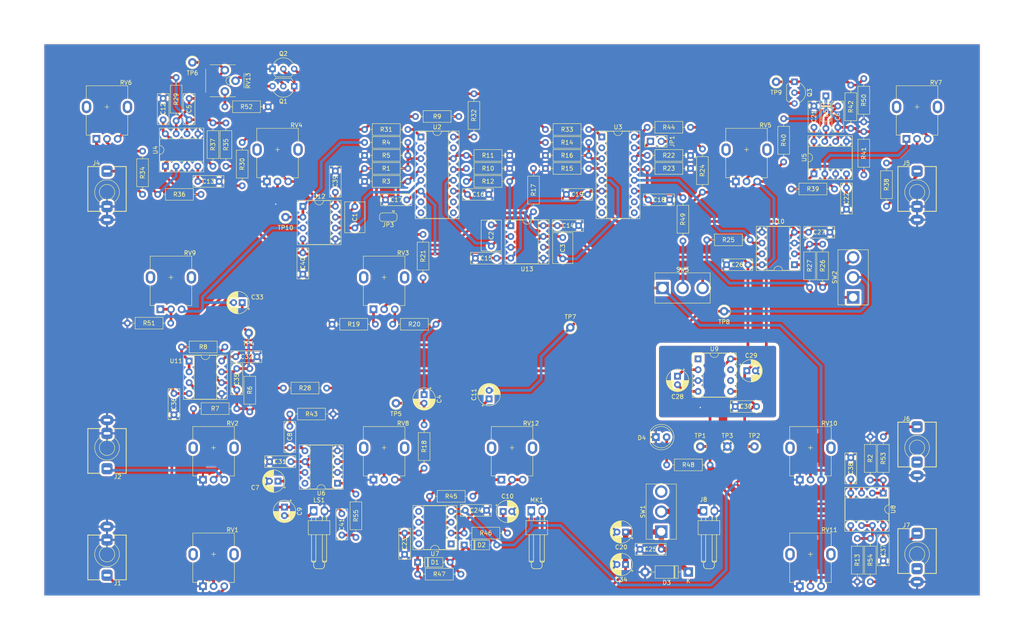
<source format=kicad_pcb>
(kicad_pcb (version 20240108) (generator "pcbnew") (generator_version "8.0")
  (title_block (comment 2 "creativecommons.org/licenses/by/4.0") (comment 3 "License: CC BY 4.0") (comment 4 "Author: Guy John"))
  (layers (0 "F.Cu" signal) (31 "B.Cu" signal) (36 "B.SilkS" user "B.Silkscreen") (37 "F.SilkS" user "F.Silkscreen") (38 "B.Mask" user) (39 "F.Mask" user) (44 "Edge.Cuts" user))
  (net 0 "")
  (net 1 "Net-(C1-Pad1)")
  (net 2 "Net-(C2-Pad1)")
  (net 3 "Net-(C3-Pad1)")
  (net 4 "Net-(C4-Pad2)")
  (net 5 "Net-(U4B--)")
  (net 6 "Net-(Q1-B)")
  (net 7 "Net-(D5-K)")
  (net 8 "Net-(D5-A)")
  (net 9 "Net-(U6-BYPASS)")
  (net 10 "GND")
  (net 11 "Net-(C8-Pad2)")
  (net 12 "Net-(C9-Pad2)")
  (net 13 "Net-(C10-Pad1)")
  (net 14 "Net-(C11-Pad1)")
  (net 15 "FEEDBACK_AUDIO")
  (net 16 "VCC")
  (net 17 "VEE")
  (net 18 "Net-(U9-CAP-)")
  (net 19 "Net-(U9-CAP+)")
  (net 20 "Net-(C33-Pad1)")
  (net 21 "Net-(D1-A)")
  (net 22 "Net-(D4-A)")
  (net 23 "Net-(J1-PadT)")
  (net 24 "Net-(J2-PadT)")
  (net 25 "Net-(J4-PadT)")
  (net 26 "Net-(J5-PadT)")
  (net 28 "Net-(U8A--)")
  (net 29 "Net-(U8B--)")
  (net 31 "Net-(SW1-B)")
  (net 32 "Net-(JP1-A)")
  (net 33 "Net-(JP1-B)")
  (net 34 "Net-(Q1-E)")
  (net 35 "Net-(Q2-C)")
  (net 36 "Net-(Q3-C)")
  (net 37 "Net-(Q3-E)")
  (net 38 "Net-(U11B--)")
  (net 39 "Net-(R7-Pad1)")
  (net 40 "AUDIO_INPUT_2")
  (net 41 "Net-(U3A-+)")
  (net 42 "Net-(U3A--)")
  (net 43 "Net-(R18-Pad2)")
  (net 44 "Net-(R19-Pad2)")
  (net 45 "Net-(R20-Pad2)")
  (net 46 "Net-(R21-Pad2)")
  (net 47 "Net-(U3C-+)")
  (net 48 "Net-(U3C--)")
  (net 49 "Net-(U10B--)")
  (net 50 "Net-(SW2-A)")
  (net 51 "Net-(U10A--)")
  (net 52 "Net-(SW2-C)")
  (net 53 "Net-(SW2-B)")
  (net 54 "Net-(R31-Pad2)")
  (net 55 "Net-(R32-Pad2)")
  (net 56 "Net-(R33-Pad2)")
  (net 57 "Net-(R34-Pad2)")
  (net 58 "Net-(R35-Pad1)")
  (net 59 "Net-(R36-Pad2)")
  (net 60 "Net-(U4A--)")
  (net 61 "Net-(R38-Pad2)")
  (net 62 "Net-(R39-Pad2)")
  (net 63 "Net-(R40-Pad2)")
  (net 64 "Net-(R44-Pad1)")
  (net 65 "Net-(R45-Pad2)")
  (net 66 "Net-(U7--)")
  (net 67 "Net-(SW3-B)")
  (net 68 "Net-(R51-Pad1)")
  (net 69 "Net-(U11A-+)")
  (net 70 "Net-(U6-+)")
  (net 71 "Net-(U8A-+)")
  (net 72 "Net-(U8B-+)")
  (net 91 "Net-(U2A-+)")
  (net 92 "Net-(U2A--)")
  (net 94 "Net-(C5-Pad2)")
  (net 95 "Net-(R52-Pad2)")
  (net 96 "Net-(J6-PadT)")
  (net 97 "Net-(J7-PadT)")
  (net 98 "Net-(U12A--)")
  (net 99 "Net-(U13A--)")
  (net 100 "Net-(U13B--)")
  (net 101 "Net-(U12B--)")
  (net 102 "Net-(U12A-+)")
  (net 103 "Net-(U5A--)")
  (net 104 "Net-(C41-Pad1)")
  (net 105 "Net-(C41-Pad2)")
  (net 106 "Net-(R55-Pad1)")
  (net 107 "GNDD")
  (net 108 "Net-(JP3-C)")
  (net 109 "Net-(JP3-B)")
  (net 110 "Net-(JP3-A)")
  (footprint "Rumblesan_Standard_Parts:R_Axial_DIN0207_L6.3mm_D2.5mm_P10.16mm_Horizontal" (layer "F.Cu") (at 222.504 38.354 -90)
    (property "Reference" "R50")
    (property "Value" "1k")
  )
  (footprint "KK254_Horizontal:Molex_KK-254_1x02_P2.54mm_Horizontal" (layer "F.Cu") (at 144.526 139.8315)
    (property "Reference" "MK1")
    (property "Value" "Piezo")
  )
  (footprint "Rumblesan_Standard_Parts:R_Axial_DIN0207_L6.3mm_D2.5mm_P10.16mm_Horizontal" (layer "F.Cu") (at 147.828 50.292)
    (property "Reference" "R33")
    (property "Value" "22k")
  )
  (footprint "Rumblesan_Potentiometer_THT:Potentiometer_Alpha_RD901F-40-00D_Single_Vertical" (layer "F.Cu") (at 195 55)
    (property "Reference" "RV5")
    (property "Value" "10kB" (hide yes))
  )
  (footprint "Rumblesan_Standard_Parts:Toggle_Switch_100SP-M2" (layer "F.Cu") (at 180 87.5)
    (property "Reference" "SW3")
    (property "Value" "SW_SPDT")
  )
  (footprint "Rumblesan_Standard_Parts:R_Axial_DIN0207_L6.3mm_D2.5mm_P10.16mm_Horizontal" (layer "F.Cu") (at 105.41 56.388)
    (property "Reference" "R5")
    (property "Value" "220r")
  )
  (footprint "Rumblesan_Standard_Parts:C_Rect_L7.0mm_W2.5mm_P5.00mm" (layer "F.Cu") (at 171.958 66.802)
    (property "Reference" "C18")
    (property "Value" "100nF")
  )
  (footprint "Rumblesan_Standard_Parts:TestPoint_Loop_D2.50mm_Drill1.0mm_LowProfile" (layer "F.Cu") (at 189.738 92.964)
    (property "Reference" "TP8")
    (property "Value" "Feedback Audio" (hide yes))
  )
  (footprint "Rumblesan_Audio_Connectors:Jack_3.5mm_QingPu_WQP-PJ398SM_Vertical" (layer "F.Cu") (at 45 150 180)
    (property "Reference" "J1")
    (property "Value" "AudioJack2_SwitchT" (hide yes))
  )
  (footprint "Package_DIP:DIP-16_W7.62mm_Socket" (layer "F.Cu") (at 161.046 52.06)
    (property "Reference" "U3")
    (property "Value" "LM13700")
  )
  (footprint "Rumblesan_Standard_Parts:R_Axial_DIN0207_L6.3mm_D2.5mm_P10.16mm_Horizontal" (layer "F.Cu") (at 128.778 145.034)
    (property "Reference" "R46")
    (property "Value" "1k")
  )
  (footprint "Rumblesan_Audio_Connectors:Jack_3.5mm_QingPu_WQP-PJ398SM_Vertical" (layer "F.Cu") (at 235 65)
    (property "Reference" "J5")
    (property "Value" "AudioJack2_SwitchT" (hide yes))
  )
  (footprint "Rumblesan_Standard_Parts:R_Axial_DIN0207_L6.3mm_D2.5mm_P10.16mm_Horizontal" (layer "F.Cu") (at 220.98 146.304 -90)
    (property "Reference" "R13")
    (property "Value" "1k")
  )
  (footprint "Rumblesan_Standard_Parts:R_Axial_DIN0207_L6.3mm_D2.5mm_P10.16mm_Horizontal" (layer "F.Cu") (at 82.804 44.958 180)
    (property "Reference" "R52")
    (property "Value" "390r")
  )
  (footprint "Rumblesan_Potentiometer_THT:Potentiometer_Alpha_RD901F-40-00D_Single_Vertical" (layer "F.Cu") (at 110 125)
    (property "Reference" "RV8")
    (property "Value" "10kA" (hide yes))
  )
  (footprint "Rumblesan_Standard_Parts:R_Axial_DIN0207_L6.3mm_D2.5mm_P10.16mm_Horizontal" (layer "F.Cu") (at 180.086 76.454 90)
    (property "Reference" "R49")
    (property "Value" "100k")
  )
  (footprint "Package_DIP:DIP-8_W7.62mm_Socket" (layer "F.Cu") (at 206.248 82.032 180)
    (property "Reference" "U10")
    (property "Value" "TL072")
  )
  (footprint "Rumblesan_Standard_Parts:R_Axial_DIN0207_L6.3mm_D2.5mm_P10.16mm_Horizontal" (layer "F.Cu") (at 147.828 59.436)
    (property "Reference" "R15")
    (property "Value" "220r")
  )
  (footprint "Rumblesan_Standard_Parts:TestPoint_Loop_D2.50mm_Drill1.0mm_LowProfile" (layer "F.Cu") (at 196.85 124.714)
    (property "Reference" "TP2")
    (property "Value" "Negative Supply Rail" (hide yes))
  )
  (footprint "Rumblesan_Standard_Parts:R_Axial_DIN0207_L6.3mm_D2.5mm_P10.16mm_Horizontal" (layer "F.Cu") (at 184.658 54.864 -90)
    (property "Reference" "R24")
    (property "Value" "10k")
  )
  (footprint "Rumblesan_Standard_Parts:CP_Radial_D5.0mm_P2.00mm" (layer "F.Cu") (at 86.614 138.938 -90)
    (property "Reference" "C9")
    (property "Value" "220uF")
  )
  (footprint "Rumblesan_Standard_Parts:TestPoint_Loop_D2.50mm_Drill1.0mm_LowProfile" (layer "F.Cu") (at 112.776 114.554)
    (property "Reference" "TP5")
    (property "Value" "Filter Output" (hide yes))
  )
  (footprint "Package_TO_SOT_THT:TO-92_Inline_Wide" (layer "F.Cu") (at 88.9 40.132 180)
    (property "Reference" "Q1")
    (property "Value" "2N3904")
  )
  (footprint "Rumblesan_Standard_Parts:R_Axial_DIN0207_L6.3mm_D2.5mm_P10.16mm_Horizontal" (layer "F.Cu") (at 105.41 59.436)
    (property "Reference" "R1")
    (property "Value" "100k")
  )
  (footprint "Rumblesan_Standard_Parts:CP_Radial_D5.0mm_P2.00mm" (layer "F.Cu") (at 85.09 132.842 180)
    (property "Reference" "C7")
    (property "Value" "10uF")
  )
  (footprint "Rumblesan_Standard_Parts:R_Axial_DIN0207_L6.3mm_D2.5mm_P10.16mm_Horizontal" (layer "F.Cu") (at 69.85 58.928 90)
    (property "Reference" "R37")
    (property "Value" "100k")
  )
  (footprint "Rumblesan_Standard_Parts:R_Axial_DIN0207_L6.3mm_D2.5mm_P10.16mm_Horizontal" (layer "F.Cu") (at 219.456 50.038 90)
    (property "Reference" "R42")
    (property "Value" "33k")
  )
  (footprint "Rumblesan_Standard_Parts:Toggle_Switch_100SP-M2" (layer "F.Cu") (at 220 85 90)
    (property "Reference" "SW2")
    (property "Value" "SW_SPDT")
  )
  (footprint "Rumblesan_Standard_Parts:C_Rect_L7.0mm_W2.5mm_P5.00mm" (layer "F.Cu") (at 218.44 69.008 90)
    (property "Reference" "C22")
    (property "Value" "100nF")
  )
  (footprint "Rumblesan_Standard_Parts:R_Axial_DIN0207_L6.3mm_D2.5mm_P10.16mm_Horizontal" (layer "F.Cu") (at 105.41 53.34)
    (property "Reference" "R4")
    (property "Value" "100k")
  )
  (footprint "Rumblesan_Standard_Parts:R_Axial_DIN0207_L6.3mm_D2.5mm_P10.16mm_Horizontal" (layer "F.Cu") (at 103.378 135.89 -90)
    (property "Reference" "R55")
    (property "Value" "10k")
  )
  (footprint "Rumblesan_Standard_Parts:R_Axial_DIN0207_L6.3mm_D2.5mm_P10.16mm_Horizontal" (layer "F.Cu") (at 119.38 119.634 -90)
    (property "Reference" "R18")
    (property "Value" "10k")
  )
  (footprint "Rumblesan_Standard_Parts:R_Axial_DIN0207_L6.3mm_D2.5mm_P10.16mm_Horizontal" (layer "F.Cu") (at 76.708 63.5 90)
    (property "Reference" "R30")
    (property "Value" "100k")
  )
  (footprint "Connector_PinHeader_2.54mm:PinHeader_1x02_P2.54mm_Vertical" (layer "F.Cu") (at 172.466 53.086 90)
    (property "Reference" "JP1")
    (property "Value" "Jumper_2_Open" (hide yes))
  )
  (footprint "Rumblesan_Standard_Parts:C_Rect_L7.0mm_W2.5mm_P5.00mm" (layer "F.Cu") (at 88.138 128.27 180)
    (property "Reference" "C31")
    (property "Value" "100nF")
  )
  (footprint "Rumblesan_Standard_Parts:C_Rect_L7.0mm_W2.5mm_P5.00mm" (layer "F.Cu") (at 100.076 140.502 -90)
    (property "Reference" "C41")
    (property "Value" "33nF")
  )
  (footprint "Rumblesan_Potentiometer_THT:Potentiometer_Alpha_RD901F-40-00D_Single_Vertical" (layer "F.Cu") (at 210 125)
    (property "Reference" "RV10")
    (property "Value" "100kA" (hide yes))
  )
  (footprint "Rumblesan_Standard_Parts:C_Rect_L7.0mm_W2.5mm_P5.00mm" (layer "F.Cu") (at 214.55 74.422 180)
    (property "Reference" "C27")
    (property "Value" "100nF")
  )
  (footprint "Rumblesan_Standard_Parts:CP_Radial_D5.0mm_P2.00mm" (layer "F.Cu") (at 166.624 152.4 180)
    (property "Reference" "C34")
    (property "Value" "10uF")
  )
  (footprint "Rumblesan_Standard_Parts:C_Rect_L7.0mm_W2.5mm_P5.00mm" (layer "F.Cu") (at 60.706 117.268 90)
    (property "Reference" "C36")
    (property "Value" "100nF")
  )
  (footprint "Package_DIP:DIP-8_W7.62mm_Socket" (layer "F.Cu") (at 99.05 133.34 180)
    (property "Reference" "U6")
    (property "Value" "LM386")
  )
  (footprint "Rumblesan_Standard_Parts:R_Axial_DIN0207_L6.3mm_D2.5mm_P10.16mm_Horizontal" (layer "F.Cu") (at 227.838 68.326 90)
    (property "Reference" "R38")
    (property "Value" "100k")
  )
  (footprint "Rumblesan_Standard_Parts:R_Axial_DIN0207_L6.3mm_D2.5mm_P10.16mm_Horizontal" (layer "F.Cu") (at 59.944 95.758 180)
    (property "Reference" "R51")
    (property "Value" "1k")
  )
  (footprint "Rumblesan_Standard_Parts:R_Axial_DIN0207_L6.3mm_D2.5mm_P10.16mm_Horizontal" (layer "F.Cu") (at 131.064 41.91 -90)
    (property "Reference" "R32")
    (property "Value" "22k")
  )
  (footprint "Rumblesan_Potentiometer_THT:Potentiometer_Alpha_RD901F-40-00D_Single_Vertical" (layer "F.Cu") (at 85 55)
    (property "Reference" "RV4")
    (property "Value" "10kB" (hide yes))
  )
  (footprint "KK254_Horizontal:Molex_KK-254_1x02_P2.54mm_Horizontal" (layer "F.Cu") (at 93.468 139.8315)
    (property "Reference" "LS1")
    (property "Value" "Speaker")
  )
  (footprint "Rumblesan_Standard_Parts:C_Rect_L7.0mm_W2.5mm_P5.00mm" (layer "F.Cu") (at 134.032 139.7 180)
    (property "Reference" "C24")
    (property "Value" "100nF")
  )
  (footprint "Package_DIP:DIP-8_W7.62mm_Socket" (layer "F.Cu") (at 139.71 72.868)
    (property "Reference" "U13")
    (property "Value" "TL072")
  )
  (footprint "Rumblesan_Standard_Parts:C_Rect_L7.0mm_W2.5mm_P5.00mm" (layer "F.Cu") (at 114.808 145.034 -90)
    (property "Reference" "C23")
    (property "Value" "100nF")
  )
  (footprint "Rumblesan_Standard_Parts:CP_Radial_D5.0mm_P2.00mm" (layer "F.Cu") (at 134.62 113.538 90)
    (property "Reference" "C11")
    (property "Value" "10uF")
  )
  (footprint "Rumblesan_Standard_Parts:C_Rect_L7.0mm_W2.5mm_P5.00mm" (layer "F.Cu") (at 195.326 82.042 180)
    (property "Reference" "C26")
    (property "Value" "100nF")
  )
  (footprint "Rumblesan_Standard_Parts:CP_Radial_D5.0mm_P2.00mm" (layer "F.Cu") (at 76.708 90.932 180)
    (property "Reference" "C33")
    (property "Value" "1uF")
  )
  (footprint "Rumblesan_Standard_Parts:R_Axial_DIN0207_L6.3mm_D2.5mm_P10.16mm_Horizontal" (layer "F.Cu") (at 87.884 117.094)
    (property "Reference" "R43")
    (property "Value" "10r")
  )
  (footprint "Rumblesan_Standard_Parts:Toggle_Switch_100SP-M2" (layer "F.Cu") (at 175 140 90)
    (property "Reference" "SW1")
    (property "Value" "SW_SPDT")
  )
  (footprint "Diode_THT:D_DO-35_SOD27_P7.62mm_Horizontal" (layer "F.Cu") (at 213.614 42.418 -90)
    (property "Reference" "D5")
    (property "Value" "1N4148")
  )
  (footprint "Rumblesan_Standard_Parts:R_Axial_DIN0207_L6.3mm_D2.5mm_P10.16mm_Horizontal" (layer "F.Cu") (at 72.898 58.928 90)
    (property "Reference" "R35")
    (property "Value" "100k")
  )
  (footprint "Rumblesan_Standard_Parts:R_Axial_DIN0207_L6.3mm_D2.5mm_P10.16mm_Horizontal" (layer "F.Cu") (at 119.126 74.93 -90)
    (property "Reference" "R21")
    (property "Value" "6k8")
  )
  (footprint "Rumblesan_Standard_Parts:CP_Radial_D5.0mm_P2.00mm" (layer "F.Cu") (at 178.816 108.204 -90)
    (property "Reference" "C28")
    (property "Value" "10uF")
  )
  (footprint "Rumblesan_Audio_Connectors:Jack_3.5mm_QingPu_WQP-PJ398SM_Vertical" (layer "F.Cu") (at 45 65)
    (property "Reference" "J4")
    (property "Value" "AudioJack2_SwitchT" (hide yes))
  )
  (footprint "Rumblesan_Standard_Parts:R_Axial_DIN0207_L6.3mm_D2.5mm_P10.16mm_Horizontal" (layer "F.Cu") (at 212.852 77.216 -90)
    (property "Reference" "R26")
    (property "Value" "10k")
  )
  (footprint "Rumblesan_Potentiometer_THT:Potentiometer_Alpha_RD901F-40-00D_Single_Vertical" (layer "F.Cu") (at 70 150)
    (property "Reference" "RV1")
    (property "Value" "10kA" (hide yes))
  )
  (footprint "Rumblesan_Standard_Parts:R_Axial_DIN0207_L6.3mm_D2.5mm_P10.16mm_Horizontal" (layer "F.Cu") (at 171.704 49.784)
    (property "Reference" "R44")
    (property "Value" "18k")
  )
  (footprint "Rumblesan_Standard_Parts:R_Axial_DIN0207_L6.3mm_D2.5mm_P10.16mm_Horizontal" (layer "F.Cu") (at 61.214 38.1 -90)
    (property "Reference" "R29")
    (property "Value" "2k2")
  )
  (footprint "Rumblesan_Standard_Parts:R_Axial_DIN0207_L6.3mm_D2.5mm_P10.16mm_Horizontal" (layer "F.Cu") (at 186.436 129.032 180)
    (property "Reference" "R48")
    (property "Value" "2k")
  )
  (footprint "Jumper:SolderJumper-3_P1.3mm_Bridged12_RoundedPad1.0x1.5mm" (layer "F.Cu") (at 110.968 70.866 180)
    (property "Reference" "JP3")
    (property "Value" "Jumper_3_Bridged12" (hide yes))
  )
  (footprint "Rumblesan_Potentiometer_THT:Potentiometer_Alpha_RD901F-40-00D_Single_Vertical" (layer "F.Cu") (at 110 85)
    (property "Reference" "RV3")
    (property "Value" "50kB" (hide yes))
  )
  (footprint "Rumblesan_Standard_Parts:R_Axial_DIN0207_L6.3mm_D2.5mm_P10.16mm_Horizontal" (layer "F.Cu") (at 97.79 96.012)
    (property "Reference" "R19")
    (property "Value" "47k")
  )
  (footprint "Rumblesan_Potentiometer_THT:Potentiometer_Alpha_RD901F-40-00D_Single_Vertical" (layer "F.Cu") (at 45 45)
    (property "Reference" "RV6")
    (property "Value" "10kB" (hide yes))
  )
  (footprint "Rumblesan_Standard_Parts:C_Rect_L7.0mm_W2.5mm_P5.00mm" (layer "F.Cu") (at 210.82 49.784 90)
    (property "Reference" "C21")
    (property "Value" "100nF")
  )
  (footprint "Package_DIP:DIP-8_W7.62mm_Socket" (layer "F.Cu") (at 58.684 58.918 90)
    (property "Reference" "U4")
    (property "Value" "TL072")
  )
  (footprint "Rumblesan_Standard_Parts:R_Axial_DIN0207_L6.3mm_D2.5mm_P10.16mm_Horizontal" (layer "F.Cu") (at 120.65 136.398)
    (property "Reference" "R45")
    (property "Value" "1k")
  )
  (footprint "Rumblesan_Potentiometer_THT:Potentiometer_Alpha_RD901F-40-00D_Single_Vertical" (layer "F.Cu") (at 140 125)
    (property "Reference" "RV12")
    (property "Value" "50kB" (hide yes))
  )
  (footprint "Capacitor_THT:C_Rect_L7.0mm_W4.5mm_P5.00mm" (layer "F.Cu") (at 103.124 68.406 -90)
    (property "Reference" "C1")
    (property "Value" "100pF")
  )
  (footprint "Rumblesan_Standard_Parts:TestPoint_Loop_D2.50mm_Drill1.0mm_LowProfile" (layer "F.Cu") (at 65.024 34.544)
    (property "Reference" "TP6")
    (property "Value" "Filter Cutoff CV" (hide yes))
  )
  (footprint "Rumblesan_Standard_Parts:R_Axial_DIN0207_L6.3mm_D2.5mm_P10.16mm_Horizontal" (layer "F.Cu") (at 122.174 96.012 180)
    (property "Reference" "R20")
    (property "Value" "10k")
  )
  (footprint "Diode_THT:D_DO-35_SOD27_P7.62mm_Horizontal" (layer "F.Cu") (at 128.778 147.828)
    (property "Reference" "D2")
    (property "Value" "1N4148")
  )
  (footprint "Rumblesan_Standard_Parts:C_Rect_L7.0mm_W2.5mm_P5.00mm" (layer "F.Cu") (at 58.166 48.006 90)
    (property "Reference" "C12")
    (property "Value" "100nF")
  )
  (footprint "Rumblesan_Standard_Parts:R_Axial_DIN0207_L6.3mm_D2.5mm_P10.16mm_Horizontal" (layer "F.Cu") (at 147.828 53.34)
    (property "Reference" "R14")
    (property "Value" "100k")
  )
  (footprint "Rumblesan_Standard_Parts:R_Axial_DIN0207_L6.3mm_D2.5mm_P10.16mm_Horizontal" (layer "F.Cu") (at 129.286 62.484)
    (property "Reference" "R12")
    (property "Value" "100k")
  )
  (footprint "Rumblesan_Standard_Parts:C_Rect_L7.0mm_W2.5mm_P5.00mm" (layer "F.Cu") (at 197.358 115.316 180)
    (property "Reference" "C30")
    (property "Value" "100nF")
  )
  (footprint "Rumblesan_Standard_Parts:R_Axial_DIN0207_L6.3mm_D2.5mm_P10.16mm_Horizontal" (layer "F.Cu") (at 181.864 59.436 180)
    (property "Reference" "R23")
    (property "Value" "220r")
  )
  (footprint "Rumblesan_Standard_Parts:R_Axial_DIN0207_L6.3mm_D2.5mm_P10.16mm_Horizontal" (layer "F.Cu") (at 117.348 47.244)
    (property "Reference" "R9")
    (property "Value" "100k")
  )
  (footprint "Rumblesan_Standard_Parts:R_Axial_DIN0207_L6.3mm_D2.5mm_P10.16mm_Horizontal" (layer "F.Cu") (at 105.41 62.484)
    (property "Reference" "R3")
    (property "Value" "220r")
  )
  (footprint "Rumblesan_Standard_Parts:CP_Radial_D5.0mm_P2.00mm" (layer "F.Cu") (at 119.38 112.554 -90)
    (property "Reference" "C4")
    (property "Value" "10uF")
  )
  (footprint "Rumblesan_Standard_Parts:R_Axial_DIN0207_L6.3mm_D2.5mm_P10.16mm_Horizontal" (layer "F.Cu") (at 203.708 47.752 -90)
    (property "Reference" "R40")
    (property "Value" "100k")
  )
  (footprint "Package_DIP:DIP-8_W7.62mm_Socket" (layer "F.Cu") (at 64.262 104.648)
    (property "Reference" "U11")
    (property "Value" "TL072")
  )
  (footprint "Package_DIP:DIP-8_W7.62mm_Socket" (layer "F.Cu") (at 210.82 60.706 90)
    (property "Reference" "U5")
    (property "Value" "TL072")
  )
  (footprint "Rumblesan_Potentiometer_THT:Potentiometer_Alpha_RD901F-40-00D_Single_Vertical" (layer "F.Cu") (at 60 85)
    (property "Reference" "RV9")
    (property "Value" "100kA" (hide yes))
  )
  (footprint "Rumblesan_Standard_Parts:R_Axial_DIN0207_L6.3mm_D2.5mm_P10.16mm_Horizontal" (layer "F.Cu") (at 224.028 146.304 -90)
    (property "Reference" "R54")
    (property "Value" "330r")
  )
  (footprint "Package_TO_SOT_THT:TO-92_Inline_Wide" (layer "F.Cu") (at 83.82 36.068)
    (property "Reference" "Q2")
    (property "Value" "2N3906")
  )
  (footprint "Rumblesan_Standard_Parts:R_Axial_DIN0207_L6.3mm_D2.5mm_P10.16mm_Horizontal" (layer "F.Cu") (at 53.34 65.532 90)
    (property "Reference" "R34")
    (property "Value" "100k")
  )
  (footprint "Rumblesan_Standard_Parts:R_Axial_DIN0207_L6.3mm_D2.5mm_P10.16mm_Horizontal" (layer "F.Cu") (at 62.484 101.346)
    (property "Reference" "R8")
    (property "Value" "100k")
  )
  (footprint "Rumblesan_Standard_Parts:R_Axial_DIN0207_L6.3mm_D2.5mm_P10.16mm_Horizontal" (layer "F.Cu") (at 147.828 56.388)
    (property "Reference" "R16")
    (property "Value" "220r")
  )
  (footprint "Rumblesan_Potentiometer_THT:Potentiometer_Alpha_RD901F-40-00D_Single_Vertical" (layer "F.Cu") (at 70 125)
    (property "Reference" "RV2")
    (property "Value" "10kA" (hide yes))
  )
  (footprint "Rumblesan_Standard_Parts:R_Axial_DIN0207_L6.3mm_D2.5mm_P10.16mm_Horizontal" (layer "F.Cu") (at 117.856 154.686)
    (property "Reference" "R47")
    (property "Value" "1m")
  )
  (footprint "Package_DIP:DIP-8_W7.62mm_Socket" (layer "F.Cu") (at 125.72 147.564 180)
    (property "Reference" "U7")
    (property "Value" "NE5534")
  )
  (footprint "Rumblesan_Audio_Connectors:Jack_3.5mm_QingPu_WQP-PJ398SM_Vertical" (layer "F.Cu") (at 235 150)
    (property "Reference" "J7")
    (property "Value" "AudioJack2_SwitchT" (hide yes))
  )
  (footprint "Rumblesan_Standard_Parts:C_Rect_L7.0mm_W2.5mm_P5.00mm" (layer "F.Cu") (at 227.076 146.558 -90)
    (property "Reference" "C37")
    (property "Value" "100nF")
  )
  (footprint "Rumblesan_Standard_Parts:R_Axial_DIN0207_L6.3mm_D2.5mm_P10.16mm_Horizontal" (layer "F.Cu") (at 181.864 56.388 180)
    (property "Reference" "R22")
    (property "Value" "220r")
  )
  (footprint "Rumblesan_Standard_Parts:C_Rect_L7.0mm_W2.5mm_P5.00mm" (layer "F.Cu") (at 175.006 148.844 180)
    (property "Reference" "C25")
    (property "Value" "100nF")
  )
  (footprint "Rumblesan_Standard_Parts:C_Rect_L7.0mm_W2.5mm_P5.00mm" (layer "F.Cu") (at 152.734 65.532)
    (property "Reference" "C19")
    (property "Value" "100nF")
  )
  (footprint "Rumblesan_Potentiometer_THT:Potentiometer_THT_Bourns_3306P_Vertical" (layer "F.Cu") (at 73.894 38.862 -90)
    (property "Reference" "RV13")
    (property "Value" "100r")
  )
  (footprint "Rumblesan_Standard_Parts:TestPoint_Loop_D2.50mm_Drill1.0mm_LowProfile" (layer "F.Cu") (at 153.67 96.774 180)
    (property "Reference" "TP7")
    (property "Value" "Piezo Amplifier Audio" (hide yes))
  )
  (footprint "Rumblesan_Standard_Parts:R_Axial_DIN0207_L6.3mm_D2.5mm_P10.16mm_Horizontal" (layer "F.Cu") (at 145.034 59.436 -90)
    (property "Reference" "R17")
    (property "Value" "100k")
  )
  (footprint "Rumblesan_Standard_Parts:R_Axial_DIN0207_L6.3mm_D2.5mm_P10.16mm_Horizontal" (layer "F.Cu") (at 209.804 87.376 90)
    (property "Reference" "R27")
    (property "Value" "10k")
  )
  (footprint "Rumblesan_Standard_Parts:TestPoint_Loop_D2.50mm_Drill1.0mm_LowProfile" (layer "F.Cu") (at 201.94 39.106)
    (property "Reference" "TP9")
    (property "Value" "Feedback VCA CV" (hide yes))
  )
  (footprint "Rumblesan_Standard_Parts:C_Rect_L7.0mm_W2.5mm_P5.00mm" (layer "F.Cu") (at 90.932 84.248 90)
    (property "Reference" "C40")
    (property "Value" "100nF")
  )
  (footprint "Rumblesan_Standard_Parts:C_Rect_L7.0mm_W2.5mm_P5.00mm" (layer "F.Cu") (at 216.408 49.784 90)
    (property "Reference" "C6")
    (property "Value" "1nF")
  )
  (footprint "Rumblesan_Standard_Parts:R_Axial_DIN0207_L6.3mm_D2.5mm_P10.16mm_Horizontal" (layer "F.Cu") (at 65.278 115.824)
    (property "Reference" "R7")
    (property "Value" "100k")
  )
  (footprint "Rumblesan_Standard_Parts:CP_Radial_D5.0mm_P2.00mm" (layer "F.Cu") (at 137.922 139.954)
    (property "Reference" "C10")
    (property "Value" "47uF")
  )
  (footprint "Rumblesan_Standard_Parts:TestPoint_Loop_D2.50mm_Drill1.0mm_LowProfile" (layer "F.Cu") (at 78.232 98.044)
    (property "Reference" "TP4")
    (property "Value" "Input Mix" (hide yes))
  )
  (footprint "Rumblesan_Standard_Parts:C_Rect_L7.0mm_W2.5mm_P5.00mm" (layer "F.Cu") (at 75.184 103.632)
    (property "Reference" "C32")
    (property "Value" "100nF")
  )
  (footprint "Rumblesan_Standard_Parts:TestPoint_Loop_D2.50mm_Drill1.0mm_LowProfile" (layer "F.Cu") (at 86.868 70.866)
    (property "Reference" "TP10")
    (property "Value" "LowCut Audio" (hide yes))
  )
  (footprint "Package_DIP:DIP-16_W7.62mm_Socket" (layer "F.Cu") (at 118.628 52.06)
    (property "Reference" "U2")
    (property "Value" "LM13700")
  )
  (footprint "Rumblesan_Standard_Parts:TestPoint_Loop_D2.50mm_Drill1.0mm_LowProfile" (layer "F.Cu") (at 190.5 124.714)
    (property "Reference" "TP3")
    (property "Value" "Ground" (hide yes))
  )
  (footprint "KK254_Horizontal:Molex_KK-254_1x02_P2.54mm_Horizontal" (layer "F.Cu") (at 184.912 139.8315)
    (property "Reference" "J8")
    (property "Value" "Jack-DC")
  )
  (footprint "Rumblesan_Standard_Parts:R_Axial_DIN0207_L6.3mm_D2.5mm_P10.16mm_Horizontal" (layer "F.Cu") (at 224.028 132.588 90)
    (property "Reference" "R2")
    (property "Value" "1k")
  )
  (footprint "Diode_THT:D_DO-41_SOD81_P10.16mm_Horizontal" (layer "F.Cu") (at 181.356 154.178 180)
    (property "Reference" "D3")
    (property "Value" "1N4001")
  )
  (footprint "Rumblesan_Standard_Parts:CP_Radial_D5.0mm_P2.00mm" (layer "F.Cu") (at 195.072 106.934)
    (property "Reference" "C29")
    (property "Value" "10uF")
  )
  (footprint "Capacitor_THT:C_Rect_L7.0mm_W4.5mm_P5.00mm" (layer "F.Cu") (at 135.128 72.684 -90)
    (property "Reference" "C2")
    (property "Value" "100pF")
  )
  (footprint "Rumblesan_Standard_Parts:C_Rect_L7.0mm_W2.5mm_P5.00mm" (layer "F.Cu") (at 64.262 48.006 90)
    (property "Reference" "C5")
    (property "Value" "10nF")
  )
  (footprint "Rumblesan_Standard_Parts:R_Axial_DIN0207_L6.3mm_D2.5mm_P10.16mm_Horizontal" (layer "F.Cu") (at 86.36 110.998)
    (property "Reference" "R28")
    (property "Value" "100k")
  )
  (footprint "Rumblesan_Standard_Parts:CP_Radial_D5.0mm_P2.00mm" (layer "F.Cu") (at 166.624 144.78 180)
    (property "Reference" "C20")
    (property "Value" "10uF")
  )
  (footprint "Package_DIP:DIP-8_W7.62mm_Socket" (layer "F.Cu") (at 183.642 104.15)
    (property "Reference" "U9")
    (property "Value" "ICL7660")
  )
  (footprint "Rumblesan_Standard_Parts:C_Rect_L7.0mm_W2.5mm_P5.00mm" (layer "F.Cu") (at 110.316 66.802)
    (property "Reference" "C17")
    (property "Value" "100nF")
  )
  (footprint "Rumblesan_Standard_Parts:R_Axial_DIN0207_L6.3mm_D2.5mm_P10.16mm_Horizontal" (layer "F.Cu") (at 56.896 65.532)
    (property "Reference" "R36")
    (property "Value" "100k")
  )
  (footprint "Rumblesan_Audio_Connectors:Jack_3.5mm_QingPu_WQP-PJ398SM_Vertical" (layer "F.Cu") (at 45 125 180)
    (property "Reference" "J2")
    (property "Value" "AudioJack2_SwitchT" (hide yes))
  )
  (footprint "Rumblesan_Audio_Connectors:Jack_3.5mm_QingPu_WQP-PJ398SM_Vertical" (layer "F.Cu") (at 235 125)
    (property "Reference" "J6")
    (property "Value" "AudioJack2_SwitchT" (hide yes))
  )
  (footprint "Rumblesan_Standard_Parts:R_Axial_DIN0207_L6.3mm_D2.5mm_P10.16mm_Horizontal" (layer "F.Cu") (at 78.486 116.586 90)
    (property "Reference" "R6")
    (property "Value" "100k")
  )
  (footprint "Rumblesan_Standard_Parts:R_Axial_DIN0207_L6.3mm_D2.5mm_P10.16mm_Horizontal" (layer "F.Cu") (at 195.834 76.2 180)
    (property "Reference" "R25")
    (property "Value" "56k")
  )
  (footprint "Rumblesan_Standard_Parts:C_Rect_L7.0mm_W2.5mm_P5.00mm" (layer "F.Cu") (at 98.552 65.024 90)
    (property "Reference" "C39")
    (property "Value" "100nF")
  )
  (footprint "Rumblesan_Standard_Parts:C_Rect_L7.0mm_W2.5mm_P5.00mm" (layer "F.Cu") (at 131.398 80.518)
    (property "Reference" "C15")
    (property "Value" "100nF")
  )
  (footprint "Rumblesan_Standard_Parts:C_Rect_L7.0mm_W2.5mm_P5.00mm" (layer "F.Cu") (at 219.456 127.334 -90)
    (property "Reference" "C38")
    (property "Value" "100nF")
  )
  (footprint "Package_TO_SOT_THT:TO-92_Inline_Wide" (layer "F.Cu") (at 206.248 39.106 -90)
    (property "Reference" "Q3")
    (property "Value" "2N3906")
  )
  (footprint "Rumblesan_Standard_Parts:R_Axial_DIN0207_L6.3mm_D2.5mm_P10.16mm_Horizontal" (layer "F.Cu") (at 215.646 64.262 180)
    (property "Reference" "R39")
    (property "Value" "100k")
  )
  (footprint "Rumblesan_Standard_Parts:C_Rect_L7.0mm_W2.5mm_P5.00mm" (layer "F.Cu") (at 75.438 106.426 -90)
    (property "Reference" "C35")
    (property "Value" "20pF")
  )
  (footprint "Rumblesan_Potentiometer_THT:Potentiometer_Alpha_RD901F-40-00D_Single_Vertical" (layer "F.Cu") (at 235 45)
    (property "Reference" "RV7")
    (property "Value" "10kB" (hide yes))
  )
  (footprint "Package_DIP:DIP-8_W7.62mm_Socket" (layer "F.Cu") (at 227.066 135.646 -90)
    (property "Reference" "U8")
    (property "Value" "TL072")
  )
  (footprint "Rumblesan_Standard_Parts:TestPoint_Loop_D2.50mm_Drill1.0mm_LowProfile" (layer "F.Cu") (at 184.15 124.714)
    (property "Reference" "TP1")
    (property "Value" "Positive Supply Rail" (hide yes))
  )
  (footprint "Capacitor_THT:C_Rect_L7.0mm_W4.5mm_P5.00mm" (layer "F.Cu") (at 151.892 75.652 -90)
    (property "Reference" "C3")
    (property "Value" "100pF")
  )
  (footprint "Rumblesan_Standard_Parts:C_Rect_L7.0mm_W2.5mm_P5.00mm" (layer "F.Cu") (at 150.622 72.858)
    (property "Reference" "C14")
    (property "Value" "100nF")
  )
  (footprint "Rumblesan_Standard_Parts:R_Axial_DIN0207_L6.3mm_D2.5mm_P10.16mm_Horizontal" (layer "F.Cu") (at 139.446 56.388 180)
    (property "Reference" "R11")
    (property "Value" "220r")
  )
  (footprint "Rumblesan_Standard_Parts:R_Axial_DIN0207_L6.3mm_D2.5mm_P10.16mm_Horizontal" (layer "F.Cu") (at 105.41 50.292)
    (property "Reference" "R31")
    (property "Value" "22k")
  )
  (footprint "Rumblesan_Standard_Parts:R_Axial_DIN0207_L6.3mm_D2.5mm_P10.16mm_Horizontal" (layer "F.Cu") (at 222.504 60.95 90)
    (property "Reference" "R41")
    (property "Value" "100k")
  )
  (footprint "Rumblesan_Standard_Parts:C_Rect_L7.0mm_W2.5mm_P5.00mm" (layer "F.Cu") (at 71.294 62.484 180)
    (property "Reference" "C13")
    (property "Value" "100nF")
  )
  (footprint "Rumblesan_Potentiometer_THT:Potentiometer_Alpha_RD901F-40-00D_Single_Vertical" (layer "F.Cu") (at 210 150)
    (property "Reference" "RV11")
    (property "Value" "100kA" (hide yes))
  )
  (footprint "Package_DIP:DIP-8_W7.62mm_Socket" (layer "F.Cu") (at 90.942 68.336)
    (property "Reference" "U12")
    (property "Value" "TL072")
  )
  (footprint "Rumblesan_Standard_Parts:R_Axial_DIN0207_L6.3mm_D2.5mm_P10.16mm_Horizontal" (layer "F.Cu") (at 139.446 59.436 180)
    (property "Reference" "R10")
    (property "Value" "220r")
  )
  (footprint "Rumblesan_Standard_Parts:C_Rect_L7.0mm_W2.5mm_P5.00mm" (layer "F.Cu") (at 129.54 65.532)
    (property "Reference" "C16")
    (property "Value" "100nF")
  )
  (footprint "LED_THT:LED_D5.0mm" (layer "F.Cu") (at 173.725 122.5)
    (property "Reference" "D4")
    (property "Value" "LED")
  )
  (footprint "NetTie:NetTie-2_SMD_Pad2.0mm" (layer "F.Cu") (at 189.484 118.364 -90)
    (property "Reference" "NT1" (hide yes))
    (property "Value" "NetTie_2" (hide yes))
  )
  (footprint "Rumblesan_Standard_Parts:C_Rect_L7.0mm_W2.5mm_P5.00mm" (layer "F.Cu") (at 87.884 124.968 90)
    (property "Reference" "C8")
    (property "Value" "47nF")
  )
  (footprint "Diode_THT:D_DO-35_SOD27_P7.62mm_Horizontal" (layer "F.Cu") (at 117.856 151.892)
    (property "Reference" "D1")
    (property "Value" "1N4148")
  )
  (footprint "Rumblesan_Standard_Parts:R_Axial_DIN0207_L6.3mm_D2.5mm_P10.16mm_Horizontal" (layer "F.Cu") (at 227.076 132.588 90)
    (property "Reference" "R53")
    (property "Value" "330r")
  )
  (gr_line (start 30 160) (end 250 160) (stroke (width 0.05)) (layer "Edge.Cuts"))
  (gr_line (start 250 30) (end 30 30) (stroke (width 0.05)) (layer "Edge.Cuts"))
  (gr_line (start 250 160) (end 250 30) (stroke (width 0.05)) (layer "Edge.Cuts"))
  (gr_line (start 30 30) (end 30 160) (stroke (width 0.05)) (layer "Edge.Cuts"))
  (segment (start 103.124 68.406) (end 103.124 61.722) (width 0.635) (layer "F.Cu") (net 1))
  (segment (start 98.562 70.876) (end 100.654 70.876) (width 0.635) (layer "F.Cu") (net 1))
  (segment (start 100.654 70.876) (end 103.124 68.406) (width 0.635) (layer "F.Cu") (net 1))
  (segment (start 103.124 61.722) (end 105.41 59.436) (width 0.635) (layer "F.Cu") (net 1))
  (segment (start 114.554 47.244) (end 110.998 50.8) (width 0.635) (layer "F.Cu") (net 1))
  (segment (start 117.348 47.244) (end 114.554 47.244) (width 0.635) (layer "F.Cu") (net 1))
  (segment (start 110.998 50.8) (end 110.998 55.88) (width 0.635) (layer "F.Cu") (net 1))
  (segment (start 110.998 55.88) (end 107.442 59.436) (width 0.635) (layer "F.Cu") (net 1))
  (segment (start 107.442 59.436) (end 105.41 59.436) (width 0.635) (layer "F.Cu") (net 1))
  (segment (start 139.446 62.484) (end 142.494 59.436) (width 0.635) (layer "F.Cu") (net 2))
  (segment (start 142.494 57.404) (end 146.558 53.34) (width 0.635) (layer "F.Cu") (net 2))
  (segment (start 142.494 59.436) (end 142.494 57.404) (width 0.635) (layer "F.Cu") (net 2))
  (segment (start 135.312 72.868) (end 135.128 72.684) (width 0.635) (layer "F.Cu") (net 2))
  (segment (start 139.71 72.868) (end 135.312 72.868) (width 0.635) (layer "F.Cu") (net 2))
  (segment (start 146.558 53.34) (end 147.828 53.34) (width 0.635) (layer "F.Cu") (net 2))
  (segment (start 139.446 62.484) (end 139.446 72.604) (width 0.635) (layer "B.Cu") (net 2))
  (segment (start 139.446 72.604) (end 139.71 72.868) (width 0.635) (layer "B.Cu") (net 2))
  (segment (start 144.526 81.28) (end 144.526 77.724) (width 0.635) (layer "F.Cu") (net 3))
  (segment (start 142.24 83.566) (end 144.526 81.28) (width 0.635) (layer "F.Cu") (net 3))
  (segment (start 151.648 75.408) (end 151.892 75.652) (width 0.635) (layer "F.Cu") (net 3))
  (segment (start 144.526 77.724) (end 146.842 75.408) (width 0.635) (layer "F.Cu") (net 3))
  (segment (start 134.62 83.566) (end 142.24 83.566) (width 0.635) (layer "F.Cu") (net 3))
  (segment (start 146.842 75.408) (end 147.33 75.408) (width 0.635) (layer "F.Cu") (net 3))
  (segment (start 122.174 96.012) (end 134.62 83.566) (width 0.635) (layer "F.Cu") (net 3))
  (segment (start 147.33 75.408) (end 151.648 75.408) (width 0.635) (layer "F.Cu") (net 3))
  (segment (start 144.272 70.358) (end 145.034 69.596) (width 0.635) (layer "B.Cu") (net 3))
  (segment (start 144.272 73.152) (end 144.272 70.358) (width 0.635) (layer "B.Cu") (net 3))
  (segment (start 146.528 75.408) (end 144.272 73.152) (width 0.635) (layer "B.Cu") (net 3))
  (segment (start 147.33 75.408) (end 146.528 75.408) (width 0.635) (layer "B.Cu") (net 3))
  (segment (start 119.38 112.554) (end 119.38 98.806) (width 0.635) (layer "B.Cu") (net 3))
  (segment (start 119.38 98.806) (end 122.174 96.012) (width 0.635) (layer "B.Cu") (net 3))
  (segment (start 119.38 119.634) (end 119.38 114.554) (width 0.635) (layer "F.Cu") (net 4))
  (segment (start 112.776 114.554) (end 119.38 114.554) (width 0.635) (layer "F.Cu") (net 4))
  (segment (start 64.262 48.006) (end 69.088 48.006) (width 0.635) (layer "F.Cu") (net 5))
  (segment (start 63.764 51.298) (end 63.764 48.504) (width 0.635) (layer "F.Cu") (net 5))
  (segment (start 58.674 38.1) (end 61.214 38.1) (width 0.635) (layer "F.Cu") (net 5))
  (segment (start 55.372 44.628) (end 55.372 41.402) (width 0.635) (layer "F.Cu") (net 5))
  (segment (start 55.372 41.402) (end 58.674 38.1) (width 0.635) (layer "F.Cu") (net 5))
  (segment (start 47.5 52.5) (end 55.372 44.628) (width 0.635) (layer "F.Cu") (net 5))
  (segment (start 63.764 48.504) (end 64.262 48.006) (width 0.635) (layer "F.Cu") (net 5))
  (segment (start 69.85 48.768) (end 72.898 48.768) (width 0.635) (layer "F.Cu") (net 5))
  (segment (start 69.088 48.006) (end 69.85 48.768) (width 0.635) (layer "F.Cu") (net 5))
  (segment (start 61.214 44.958) (end 64.262 48.006) (width 0.635) (layer "B.Cu") (net 5))
  (segment (start 61.214 38.1) (end 61.214 44.958) (width 0.635) (layer "B.Cu") (net 5))
  (segment (start 75.946 38.1) (end 84.836 38.1) (width 0.635) (layer "F.Cu") (net 6))
  (segment (start 75.144 38.862) (end 75.184 38.862) (width 0.635) (layer "F.Cu") (net 6))
  (segment (start 86.36 39.624) (end 86.36 40.132) (width 0.635) (layer "F.Cu") (net 6))
  (segment (start 75.184 38.862) (end 75.946 38.1) (width 0.635) (layer "F.Cu") (net 6))
  (segment (start 84.836 38.1) (end 86.36 39.624) (width 0.635) (layer "F.Cu") (net 6))
  (segment (start 219.202 49.784) (end 219.456 50.038) (width 0.635) (layer "F.Cu") (net 7))
  (segment (start 236.464 50.79) (end 237.5 51.826) (width 0.635) (layer "F.Cu") (net 7))
  (segment (start 219.456 50.038) (end 220.472 50.038) (width 0.635) (layer "F.Cu") (net 7))
  (segment (start 220.472 50.038) (end 221.224 50.79) (width 0.635) (layer "F.Cu") (net 7))
  (segment (start 216.408 49.784) (end 216.408 52.578) (width 0.635) (layer "F.Cu") (net 7))
  (segment (start 216.408 52.578) (end 215.9 53.086) (width 0.635) (layer "F.Cu") (net 7))
  (segment (start 221.224 50.79) (end 222.504 50.79) (width 0.635) (layer "F.Cu") (net 7))
  (segment (start 237.5 51.826) (end 237.5 52.5) (width 0.635) (layer "F.Cu") (net 7))
  (segment (start 222.504 50.79) (end 236.464 50.79) (width 0.635) (layer "F.Cu") (net 7))
  (segment (start 216.408 49.784) (end 219.202 49.784) (width 0.635) (layer "F.Cu") (net 7))
  (segment (start 213.614 42.418) (end 213.614 45.466) (width 0.635) (layer "B.Cu") (net 7))
  (segment (start 203.708 47.752) (end 211.328 47.752) (width 0.635) (layer "B.Cu") (net 7))
  (segment (start 216.408 48.26) (end 216.408 49.784) (width 0.635) (layer "B.Cu") (net 7))
  (segment (start 211.328 47.752) (end 213.614 45.466) (width 0.635) (layer "B.Cu") (net 7))
  (segment (start 213.614 45.466) (end 216.408 48.26) (width 0.635) (layer "B.Cu") (net 7))
  (segment (start 213.614 52.832) (end 213.36 53.086) (width 0.635) (layer "F.Cu") (net 8))
  (segment (start 209.794 41.646) (end 212.932 44.784) (width 0.635) (layer "F.Cu") (net 8))
  (segment (start 212.932 44.784) (end 216.408 44.784) (width 0.635) (layer "F.Cu") (net 8))
  (segment (start 213.614 50.038) (end 213.614 52.832) (width 0.635) (layer "F.Cu") (net 8))
  (segment (start 213.614 50.038) (end 213.614 47.578) (width 0.635) (layer "F.Cu") (net 8))
  (segment (start 206.248 41.646) (end 209.794 41.646) (width 0.635) (layer "F.Cu") (net 8))
  (segment (start 213.614 47.578) (end 216.408 44.784) (width 0.635) (layer "F.Cu") (net 8))
  (segment (start 85.09 132.842) (end 86.868 132.842) (width 0.635) (layer "F.Cu") (net 9))
  (segment (start 86.868 132.842) (end 88.91 130.8) (width 0.635) (layer "F.Cu") (net 9))
  (segment (start 88.91 130.8) (end 91.43 130.8) (width 0.635) (layer "F.Cu") (net 9))
  (via (at 84.582 67.818) (size 0.762) (drill 0.3048) (layers "F.Cu" "B.Cu") (net 10))
  (segment (start 87.884 117.094) (end 87.884 119.968) (width 0.635) (layer "F.Cu") (net 11))
  (segment (start 92.3615 140.938) (end 93.468 139.8315) (width 0.635) (layer "F.Cu") (net 12))
  (segment (start 86.614 140.938) (end 92.3615 140.938) (width 0.635) (layer "F.Cu") (net 12))
  (segment (start 137.922 144.018) (end 138.938 145.034) (width 0.635) (layer "F.Cu") (net 13))
  (segment (start 137.922 139.954) (end 137.922 144.018) (width 0.635) (layer "F.Cu") (net 13))
  (segment (start 118.1 142.484) (end 119.39 142.484) (width 0.635) (layer "F.Cu") (net 14))
  (segment (start 119.39 142.484) (end 120.65 141.224) (width 0.635) (layer "F.Cu") (net 14))
  (segment (start 130.048 118.11) (end 134.62 113.538) (width 0.635) (layer "F.Cu") (net 14))
  (segment (start 120.65 136.398) (end 130.048 127) (width 0.635) (layer "F.Cu") (net 14))
  (segment (start 120.65 141.224) (end 120.65 136.398) (width 0.635) (layer "F.Cu") (net 14))
  (segment (start 130.048 127) (end 130.048 118.11) (width 0.635) (layer "F.Cu") (net 14))
  (segment (start 175.301 87.5) (end 162.944 87.5) (width 0.635) (layer "F.Cu") (net 15))
  (segment (start 162.944 87.5) (end 153.67 96.774) (width 0.635) (layer "F.Cu") (net 15))
  (segment (start 184.067 96.266) (end 202.946 96.266) (width 0.635) (layer "B.Cu") (net 15))
  (segment (start 175.301 87.5) (end 184.067 96.266) (width 0.635) (layer "B.Cu") (net 15))
  (segment (start 212.5 105.82) (end 212.5 132.5) (width 0.635) (layer "B.Cu") (net 15))
  (segment (start 202.946 96.266) (end 212.5 105.82) (width 0.635) (layer "B.Cu") (net 15))
  (segment (start 153.67 96.774) (end 146.812 103.632) (width 0.635) (layer "B.Cu") (net 15))
  (segment (start 146.812 103.632) (end 146.812 108.966) (width 0.635) (layer "B.Cu") (net 15))
  (segment (start 212.5 132.5) (end 212.5 157.5) (width 0.635) (layer "B.Cu") (net 15))
  (segment (start 144.24 111.538) (end 134.62 111.538) (width 0.635) (layer "B.Cu") (net 15))
  (segment (start 146.812 108.966) (end 144.24 111.538) (width 0.635) (layer "B.Cu") (net 15))
  (segment (start 168.666 64.76) (end 169.916 64.76) (width 0.635) (layer "F.Cu") (net 16))
  (segment (start 175.006 148.844) (end 176.022 148.844) (width 1.27) (layer "F.Cu") (net 16))
  (segment (start 72.898 103.632) (end 71.882 104.648) (width 0.635) (layer "F.Cu") (net 16))
  (segment (start 170.688 144.78) (end 170.688 134.366) (width 1.27) (layer "F.Cu") (net 16))
  (segment (start 133.858 69.85) (end 129.54 65.532) (width 0.635) (layer "F.Cu") (net 16))
  (segment (start 126.248 64.76) (end 128.768 64.76) (width 0.635) (layer "F.Cu") (net 16))
  (segment (start 114.808 147.066) (end 117.856 150.114) (width 0.635) (layer "F.Cu") (net 16))
  (segment (start 91.43 128.26) (end 108.204 145.034) (width 0.635) (layer "F.Cu") (net 16))
  (segment (start 147.33 72.868) (end 145.766 72.868) (width 0.635) (layer "F.Cu") (net 16))
  (segment (start 128.768 64.76) (end 129.54 65.532) (width 0.635) (layer "F.Cu") (net 16))
  (segment (start 159.766 80.264) (end 152.36 72.858) (width 0.635) (layer "F.Cu") (net 16))
  (segment (start 117.856 151.892) (end 117.856 154.686) (width 0.635) (layer "F.Cu") (net 16))
  (segment (start 169.916 64.76) (end 171.958 66.802) (width 0.635) (layer "F.Cu") (net 16))
  (segment (start 95.25 75.946) (end 95.25 70.358) (width 0.635) (layer "F.Cu") (net 16))
  (segment (start 210.82 49.784) (end 210.82 53.086) (width 0.635) (layer "F.Cu") (net 16))
  (segment (start 126.238 77.47) (end 96.774 77.47) (width 0.635) (layer "F.Cu") (net 16))
  (segment (start 98.552 68.326) (end 98.562 68.336) (width 0.635) (layer "F.Cu") (net 16))
  (segment (start 195.326 81.788) (end 193.802 80.264) (width 0.635) (layer "F.Cu") (net 16))
  (segment (start 117.856 150.114) (end 117.856 151.892) (width 0.635) (layer "F.Cu") (net 16))
  (segment (start 83.82 40.132) (end 80.518 40.132) (width 0.635) (layer "F.Cu") (net 16))
  (segment (start 181.102 68.58) (end 184.658 65.024) (width 0.635) (layer "F.Cu") (net 16))
  (segment (start 96.647 68.961) (end 97.272 68.336) (width 0.635) (layer "F.Cu") (net 16))
  (segment (start 195.326 82.042) (end 195.326 81.788) (width 0.635) (layer "F.Cu") (net 16))
  (segment (start 74.93 54.864) (end 74.93 45.72) (width 0.635) (layer "F.Cu") (net 16))
  (segment (start 186.436 130.81) (end 186.436 129.032) (width 1.27) (layer "F.Cu") (net 16))
  (segment (start 185.166 132.08) (end 186.436 130.81) (width 1.27) (layer "F.Cu") (net 16))
  (segment (start 83.058 102.108) (end 76.708 102.108) (width 0.635) (layer "F.Cu") (net 16))
  (segment (start 188.214 133.35) (end 195.834 140.97) (width 0.635) (layer "F.Cu") (net 16))
  (segment (start 198.618 82.042) (end 198.628 82.032) (width 0.635) (layer "F.Cu") (net 16))
  (segment (start 227.066 146.548) (end 227.076 146.558) (width 0.635) (layer "F.Cu") (net 16))
  (segment (start 91.694 128.26) (end 93.726 126.228) (width 0.635) (layer "F.Cu") (net 16))
  (segment (start 97.272 68.336) (end 98.562 68.336) (width 0.635) (layer "F.Cu") (net 16))
  (segment (start 120.142 156.972) (end 163.83 156.972) (width 0.635) (layer "F.Cu") (net 16))
  (segment (start 227.066 143.266) (end 227.066 146.548) (width 0.635) (layer "F.Cu") (net 16))
  (segment (start 193.03 104.15) (end 195.326 101.854) (width 0.635) (layer "F.Cu") (net 16))
  (segment (start 170.688 134.366) (end 172.974 132.08) (width 1.27) (layer "F.Cu") (net 16))
  (segment (start 174.919 144.78) (end 175 144.699) (width 1.27) (layer "F.Cu") (net 16))
  (segment (start 186.436 129.032) (end 186.436 123.952) (width 0.635) (layer "F.Cu") (net 16))
  (segment (start 188.214 130.81) (end 186.436 129.032) (width 0.635) (layer "F.Cu") (net 16))
  (segment (start 88.148 128.26) (end 88.138 128.27) (width 0.635) (layer "F.Cu") (net 16))
  (segment (start 80.518 40.132) (end 74.93 45.72) (width 0.635) (layer "F.Cu") (net 16))
  (segment (start 203.438 62.5) (end 210.82 55.118) (width 0.635) (layer "F.Cu") (net 16))
  (segment (start 197.5 62.5) (end 203.438 62.5) (width 0.635) (layer "F.Cu") (net 16))
  (segment (start 91.43 128.26) (end 88.148 128.26) (width 0.635) (layer "F.Cu") (net 16))
  (segment (start 62.25 54.864) (end 74.93 54.864) (width 0.635) (layer "F.Cu") (net 16))
  (segment (start 114.808 145.034) (end 114.808 147.066) (width 0.635) (layer "F.Cu") (net 16))
  (segment (start 193.802 80.264) (end 159.766 80.264) (width 0.635) (layer "F.Cu") (net 16))
  (segment (start 173.736 68.58) (end 181.102 68.58) (width 0.635) (layer "F.Cu") (net 16))
  (segment (start 186.436 108.976) (end 191.262 104.15) (width 0.635) (layer "F.Cu") (net 16))
  (segment (start 227.066 142.484) (end 227.066 143.266) (width 0.635) (layer "F.Cu") (net 16))
  (segment (start 186.436 123.952) (end 186.436 108.976) (width 0.635) (layer "F.Cu") (net 16))
  (segment (start 90.186 62.5) (end 96.647 68.961) (width 0.635) (layer "F.Cu") (net 16))
  (segment (start 76.708 102.108) (end 75.184 103.632) (width 0.635) (layer "F.Cu") (net 16))
  (segment (start 58.166 48.006) (end 58.166 50.78) (width 0.635) (layer "F.Cu") (net 16))
  (segment (start 225.552 140.97) (end 227.066 142.484) (width 0.635) (layer "F.Cu") (net 16))
  (segment (start 195.326 101.854) (end 195.326 82.042) (width 0.635) (layer "F.Cu") (net 16))
  (segment (start 152.36 72.858) (end 150.622 72.858) (width 0.635) (layer "F.Cu") (net 16))
  (segment (start 166.624 144.78) (end 170.688 144.78) (width 1.27) (layer "F.Cu") (net 16))
  (segment (start 114.808 145.034) (end 118.09 145.034) (width 0.635) (layer "F.Cu") (net 16))
  (segment (start 172.974 132.08) (end 185.166 132.08) (width 1.27) (layer "F.Cu") (net 16))
  (segment (start 93.726 112.776) (end 83.058 102.108) (width 0.635) (layer "F.Cu") (net 16))
  (segment (start 194.976 65.024) (end 184.658 65.024) (width 0.635) (layer "F.Cu") (net 16))
  (segment (start 175 148.838) (end 175.006 148.844) (width 1.27) (layer "F.Cu") (net 16))
  (segment (start 58.684 51.298) (end 62.25 54.864) (width 0.635) (layer "F.Cu") (net 16))
  (segment (start 85.452 60.452) (end 87.5 62.5) (width 0.635) (layer "F.Cu") (net 16))
  (segment (start 98.552 65.024) (end 98.552 68.326) (width 0.635) (layer "F.Cu") (net 16))
  (segment (start 93.726 126.228) (end 93.726 112.776) (width 0.635) (layer "F.Cu") (net 16))
  (segment (start 91.43 128.26) (end 91.694 128.26) (width 0.635) (layer "F.Cu") (net 16))
  (segment (start 191.262 104.15) (end 193.03 104.15) (width 0.635) (layer "F.Cu") (net 16))
  (segment (start 75.184 103.632) (end 72.898 103.632) (width 0.635) (layer "F.Cu") (net 16))
  (segment (start 96.774 77.47) (end 95.25 75.946) (width 0.635) (layer "F.Cu") (net 16))
  (segment (start 166.624 154.178) (end 166.624 152.4) (width 0.635) (layer "F.Cu") (net 16))
  (segment (start 108.204 145.034) (end 114.808 145.034) (width 0.635) (layer "F.Cu") (net 16))
  (segment (start 118.09 145.034) (end 118.1 145.024) (width 0.635) (layer "F.Cu") (net 16))
  (segment (start 171.958 66.802) (end 173.736 68.58) (width 0.635) (layer "F.Cu") (net 16))
  (segment (start 87.5 62.5) (end 90.186 62.5) (width 0.635) (layer "F.Cu") (net 16))
  (segment (start 80.518 60.452) (end 85.452 60.452) (width 0.635) (layer "F.Cu") (net 16))
  (segment (start 184.15 124.714) (end 186.436 124.714) (width 0.635) (layer "F.Cu") (net 16))
  (segment (start 195.834 140.97) (end 225.552 140.97) (width 0.635) (layer "F.Cu") (net 16))
  (segment (start 176.022 148.844) (end 181.356 154.178) (width 1.27) (layer "F.Cu") (net 16))
  (segment (start 210.82 55.118) (end 210.82 53.086) (width 0.635) (layer "F.Cu") (net 16))
  (segment (start 58.166 50.78) (end 58.684 51.298) (width 0.635) (layer "F.Cu") (net 16))
  (segment (start 163.83 156.972) (end 166.624 154.178) (width 0.635) (layer "F.Cu") (net 16))
  (segment (start 133.858 69.85) (end 126.238 77.47) (width 0.635) (layer "F.Cu") (net 16))
  (segment (start 147.33 72.868) (end 150.612 72.868) (width 0.635) (layer "F.Cu") (net 16))
  (segment (start 197.5 62.5) (end 194.976 65.024) (width 0.635) (layer "F.Cu") (net 16))
  (segment (start 95.25 70.358) (end 96.647 68.961) (width 0.635) (layer "F.Cu") (net 16))
  (segment (start 117.856 154.686) (end 120.142 156.972) (width 0.635) (layer "F.Cu") (net 16))
  (segment (start 145.766 72.868) (end 142.748 69.85) (width 0.635) (layer "F.Cu") (net 16))
  (segment (start 142.748 69.85) (end 133.858 69.85) (width 0.635) (layer "F.Cu") (net 16))
  (segment (start 175 144.699) (end 175 148.838) (width 1.27) (layer "F.Cu") (net 16))
  (segment (start 195.326 82.042) (end 198.618 82.042) (width 0.635) (layer "F.Cu") (net 16))
  (segment (start 74.93 54.864) (end 80.518 60.452) (width 0.635) (layer "F.Cu") (net 16))
  (segment (start 188.214 133.35) (end 188.214 130.81) (width 0.635) (layer "F.Cu") (net 16))
  (segment (start 150.612 72.868) (end 150.622 72.858) (width 0.635) (layer "F.Cu") (net 16))
  (segment (start 166.624 152.4) (end 166.624 144.78) (width 1.27) (layer "F.Cu") (net 16))
  (segment (start 170.688 144.78) (end 174.919 144.78) (width 1.27) (layer "F.Cu") (net 16))
  (segment (start 198.628 82.032) (end 199.908 82.032) (width 0.635) (layer "B.Cu") (net 16))
  (segment (start 199.908 82.032) (end 201.422 80.518) (width 0.635) (layer "B.Cu") (net 16))
  (segment (start 201.422 66.422) (end 197.5 62.5) (width 0.635) (layer "B.Cu") (net 16))
  (segment (start 201.422 80.518) (end 201.422 66.422) (width 0.635) (layer "B.Cu") (net 16))
  (segment (start 219.456 135.636) (end 219.446 135.646) (width 0.635) (layer "F.Cu") (net 17))
  (segment (start 158.506 64.76) (end 157.734 65.532) (width 0.635) (layer "F.Cu") (net 17))
  (segment (start 206.248 74.412) (end 209.54 74.412) (width 0.635) (layer "F.Cu") (net 17))
  (segment (start 206.248 73.66) (end 206.248 74.412) (width 0.635) (layer "F.Cu") (net 17))
  (segment (start 139.7 80.478) (end 134.834 80.478) (width 0.635) (layer "F.Cu") (net 17))
  (segment (start 90.942 79.238) (end 90.932 79.248) (width 0.635) (layer "F.Cu") (net 17))
  (segment (start 74.422 63.5) (end 72.009 65.913) (width 0.635) (layer "F.Cu") (net 17))
  (segment (start 76.708 63.5) (end 74.422 63.5) (width 0.635) (layer "F.Cu") (net 17))
  (segment (start 194.564 107.442) (end 195.072 106.934) (width 0.635) (layer "F.Cu") (net 17))
  (segment (start 163.068 65.532) (end 163.068 70.358) (width 0.635) (layer "F.Cu") (net 17))
  (segment (start 192.796 111.77) (end 193.294 112.268) (width 0.635) (layer "F.Cu") (net 17))
  (segment (start 72.009 65.913) (end 82.296 76.2) (width 0.635) (layer "F.Cu") (net 17))
  (segment (start 197.358 138.176) (end 218.186 138.176) (width 0.635) (layer "F.Cu") (net 17))
  (segment (start 197.358 115.316) (end 196.596 115.316) (width 0.635) (layer "F.Cu") (net 17))
  (segment (start 133.5025 79.1465) (end 130.829906 79.1465) (width 0.635) (layer "F.Cu") (net 17))
  (segment (start 91.186 79.502) (end 90.932 79.248) (width 0.635) (layer "F.Cu") (net 17))
  (segment (start 196.85 124.714) (end 194.564 124.714) (width 0.635) (layer "F.Cu") (net 17))
  (segment (start 130.829906 79.1465) (end 130.474406 79.502) (width 0.635) (layer "F.Cu") (net 17))
  (segment (start 130.474406 79.502) (end 91.186 79.502) (width 0.635) (layer "F.Cu") (net 17))
  (segment (start 218.186 138.176) (end 219.446 136.916) (width 0.635) (layer "F.Cu") (net 17))
  (segment (start 199.644 102.362) (end 195.072 106.934) (width 0.635) (layer "F.Cu") (net 17))
  (segment (start 60.706 112.268) (end 60.452 112.014) (width 0.635) (layer "F.Cu") (net 17))
  (segment (start 194.564 117.348) (end 194.564 131.318) (width 0.635) (layer "F.Cu") (net 17))
  (segment (start 60.796 112.278) (end 60.786 112.268) (width 0.635) (layer "F.Cu") (net 17))
  (segment (start 204.47 71.882) (end 206.248 73.66) (width 0.635) (layer "F.Cu") (net 17))
  (segment (start 139.71 80.488) (end 139.7 80.478) (width 0.635) (layer "F.Cu") (net 17))
  (segment (start 192.532 133.35) (end 197.358 138.176) (width 0.635) (layer "F.Cu") (net 17))
  (segment (start 191.262 111.77) (end 192.796 111.77) (width 0.635) (layer "F.Cu") (net 17))
  (segment (start 117.739 64.76) (end 118.628 64.76) (width 0.635) (layer "F.Cu") (net 17))
  (segment (start 196.596 115.316) (end 194.564 117.348) (width 0.635) (layer "F.Cu") (net 17))
  (segment (start 194.564 131.318) (end 192.532 133.35) (width 0.635) (layer "F.Cu") (net 17))
  (segment (start 66.294 62.484) (end 68.58 62.484) (width 0.635) (layer "F.Cu") (net 17))
  (segment (start 194.564 112.268) (end 194.564 112.522) (width 0.635) (layer "F.Cu") (net 17))
  (segment (start 219.446 136.916) (end 219.446 135.646) (width 0.635) (layer "F.Cu") (net 17))
  (segment (start 194.564 112.522) (end 197.358 115.316) (width 0.635) (layer "F.Cu") (net 17))
  (segment (start 66.304 62.474) (end 66.294 62.484) (width 0.635) (layer "F.Cu") (net 17))
  (segment (start 161.046 64.76) (end 158.506 64.76) (width 0.635) (layer "F.Cu") (net 17))
  (segment (start 164.592 71.882) (end 204.47 71.882) (width 0.635) (layer "F.Cu") (net 17))
  (segment (start 115.316 66.802) (end 115.697 66.802) (width 0.635) (layer "F.Cu") (net 17))
  (segment (start 218.44 60.706) (end 218.44 64.008) (width 0.635) (layer "F.Cu") (net 17))
  (segment (start 206.248 74.412) (end 203.454 77.206) (width 0.635) (layer "F.Cu") (net 17))
  (segment (start 90.942 75.956) (end 90.942 79.238) (width 0.635) (layer "F.Cu") (net 17))
  (segment (start 209.54 74.412) (end 209.55 74.422) (width 0.635) (layer "F.Cu") (net 17))
  (segment (start 60.452 101.092) (end 82.296 79.248) (width 0.635) (layer "F.Cu") (net 17))
  (segment (start 134.834 80.478) (end 133.5025 79.1465) (width 0.635) (layer "F.Cu") (net 17))
  (segment (start 82.296 76.2) (end 82.296 79.248) (width 0.635) (layer "F.Cu") (net 17))
  (segment (start 82.296 79.248) (end 90.932 79.248) (width 0.635) (layer "F.Cu") (net 17))
  (segment (start 209.55 74.422) (end 218.44 65.532) (width 0.635) (layer "F.Cu") (net 17))
  (segment (start 163.068 70.358) (end 164.592 71.882) (width 0.635) (layer "F.Cu") (net 17))
  (segment (start 203.454 77.206) (end 203.454 80.772) (width 0.635) (layer "F.Cu") (net 17))
  (segment (start 68.58 62.484) (end 72.009 65.913) (width 0.635) (layer "F.Cu") (net 17))
  (segment (start 193.294 112.268) (end 194.564 112.268) (width 0.635) (layer "F.Cu") (net 17))
  (segment (start 161.046 64.76) (end 162.296 64.76) (width 0.635) (layer "F.Cu") (net 17))
  (segment (start 218.44 65.532) (end 218.44 64.008) (width 0.635) (layer "F.Cu") (net 17))
  (segment (start 60.452 112.014) (end 60.452 101.092) (width 0.635) (layer "F.Cu") (net 17))
  (segment (start 203.454 80.772) (end 199.644 84.582) (width 0.635) (layer "F.Cu") (net 17))
  (segment (start 115.697 66.802) (end 117.739 64.76) (width 0.635) (layer "F.Cu") (net 17))
  (segment (start 199.644 84.582) (end 199.644 102.362) (width 0.635) (layer "F.Cu") (net 17))
  (segment (start 66.304 58.918) (end 66.304 62.474) (width 0.635) (layer "F.Cu") (net 17))
  (segment (start 64.262 112.268) (end 60.706 112.268) (width 0.635) (layer "F.Cu") (net 17))
  (segment (start 194.564 112.268) (end 194.564 107.442) (width 0.635) (layer "F.Cu") (net 17))
  (segment (start 162.296 64.76) (end 163.068 65.532) (width 0.635) (layer "F.Cu") (net 17))
  (segment (start 219.456 132.334) (end 219.456 135.636) (width 0.635) (layer "F.Cu") (net 17))
  (via (at 192.532 133.35) (size 0.762) (drill 0.3048) (layers "F.Cu" "B.Cu") (net 17))
  (via (at 121.92 79.502) (size 0.762) (drill 0.3048) (layers "F.Cu" "B.Cu") (net 17))
  (segment (start 139.71 80.488) (end 141.986 78.212) (width 0.635) (layer "B.Cu") (net 17))
  (segment (start 192.532 133.35) (end 190.246 135.636) (width 0.635) (layer "B.Cu") (net 17))
  (segment (start 144.272 67.056) (end 154.686 67.056) (width 0.635) (layer "B.Cu") (net 17))
  (segment (start 154.686 67.056) (end 156.21 65.532) (width 0.635) (layer "B.Cu") (net 17))
  (segment (start 141.986 78.212) (end 141.986 69.342) (width 0.635) (layer "B.Cu") (net 17))
  (segment (start 136.398 147.828) (end 140.462 147.828) (width 0.635) (layer "B.Cu") (net 17))
  (segment (start 121.92 79.502) (end 121.92 68.052) (width 0.635) (layer "B.Cu") (net 17))
  (segment (start 186.69 157.226) (end 165.354 157.226) (width 0.635) (layer "B.Cu") (net 17))
  (segment (start 144.526 143.764) (end 144.526 139.7) (width 0.635) (layer "B.Cu") (net 17))
  (segment (start 165.354 157.226) (end 151.384 143.256) (width 0.635) (layer "B.Cu") (net 17))
  (segment (start 156.21 65.532) (end 157.734 65.532) (width 0.635) (layer "B.Cu") (net 17))
  (segment (start 121.92 68.052) (end 118.628 64.76) (width 0.635) (layer "B.Cu") (net 17))
  (segment (start 125.72 139.944) (end 128.788 139.944) (width 0.635) (layer "B.Cu") (net 17))
  (segment (start 128.788 139.944) (end 129.032 139.7) (width 0.635) (layer "B.Cu") (net 17))
  (segment (start 190.246 153.67) (end 186.69 157.226) (width 0.635) (layer "B.Cu") (net 17))
  (segment (start 136.398 147.32) (end 129.032 139.954) (width 0.635) (layer "B.Cu") (net 17))
  (segment (start 136.398 147.828) (end 136.398 147.32) (width 0.635) (layer "B.Cu") (net 17))
  (segment (start 190.246 135.636) (end 190.246 153.67) (width 0.635) (layer "B.Cu") (net 17))
  (segment (start 144.526 143.256) (end 144.526 139.7) (width 0.635) (layer "B.Cu") (net 17))
  (segment (start 140.462 147.828) (end 144.526 143.764) (width 0.635) (layer "B.Cu") (net 17))
  (segment (start 129.032 139.954) (end 129.032 139.7) (width 0.635) (layer "B.Cu") (net 17))
  (segment (start 151.384 143.256) (end 144.526 143.256) (width 0.635) (layer "B.Cu") (net 17))
  (segment (start 141.986 69.342) (end 144.272 67.056) (width 0.635) (layer "B.Cu") (net 17))
  (segment (start 180.382 111.77) (end 178.816 110.204) (width 0.635) (layer "F.Cu") (net 18))
  (segment (start 183.642 111.77) (end 180.382 111.77) (width 0.635) (layer "F.Cu") (net 18))
  (segment (start 183.642 106.69) (end 180.33 106.69) (width 0.635) (layer "F.Cu") (net 19))
  (segment (start 180.33 106.69) (end 178.816 108.204) (width 0.635) (layer "F.Cu") (net 19))
  (segment (start 71.882 107.188) (end 74.676 107.188) (width 0.635) (layer "F.Cu") (net 20))
  (segment (start 74.676 107.188) (end 75.438 106.426) (width 0.635) (layer "F.Cu") (net 20))
  (segment (start 75.438 106.426) (end 78.486 106.426) (width 0.635) (layer "F.Cu") (net 20))
  (segment (start 76.708 90.932) (end 76.708 96.52) (width 0.635) (layer "F.Cu") (net 20))
  (segment (start 76.708 96.52) (end 78.232 98.044) (width 0.635) (layer "F.Cu") (net 20))
  (segment (start 78.232 106.172) (end 78.486 106.426) (width 0.635) (layer "B.Cu") (net 20))
  (segment (start 78.232 98.044) (end 78.232 106.172) (width 0.635) (layer "B.Cu") (net 20))
  (segment (start 141.986 150.114) (end 131.064 150.114) (width 0.635) (layer "F.Cu") (net 21))
  (segment (start 147.066 139.8315) (end 147.066 145.034) (width 0.635) (layer "F.Cu") (net 21))
  (segment (start 147.066 145.034) (end 141.986 150.114) (width 0.635) (layer "F.Cu") (net 21))
  (segment (start 125.71 142.494) (end 124.714 142.494) (width 0.635) (layer "F.Cu") (net 21))
  (segment (start 131.064 150.114) (end 128.778 147.828) (width 0.635) (layer "F.Cu") (net 21))
  (segment (start 125.476 151.892) (end 125.476 152.146) (width 0.635) (layer "F.Cu") (net 21))
  (segment (start 125.72 142.484) (end 125.71 142.494) (width 0.635) (layer "F.Cu") (net 21))
  (segment (start 128.778 147.828) (end 128.778 148.59) (width 0.635) (layer "F.Cu") (net 21))
  (segment (start 123.19 149.606) (end 125.476 151.892) (width 0.635) (layer "F.Cu") (net 21))
  (segment (start 125.476 152.146) (end 128.016 154.686) (width 0.635) (layer "F.Cu") (net 21))
  (segment (start 128.778 148.59) (end 125.476 151.892) (width 0.635) (layer "F.Cu") (net 21))
  (segment (start 123.19 144.018) (end 123.19 149.606) (width 0.635) (layer "F.Cu") (net 21))
  (segment (start 124.714 142.494) (end 123.19 144.018) (width 0.635) (layer "F.Cu") (net 21))
  (segment (start 176.265 122.5) (end 176.265 129.021) (width 0.635) (layer "F.Cu") (net 22))
  (segment (start 176.265 129.021) (end 176.276 129.032) (width 0.635) (layer "F.Cu") (net 22))
  (segment (start 49.338 159.258) (end 71.374 159.258) (width 0.635) (layer "F.Cu") (net 23))
  (segment (start 72.5 158.132) (end 72.5 157.5) (width 0.635) (layer "F.Cu") (net 23))
  (segment (start 45 154.92) (end 49.338 159.258) (width 0.635) (layer "F.Cu") (net 23))
  (segment (start 71.374 159.258) (end 72.5 158.132) (width 0.635) (layer "F.Cu") (net 23))
  (segment (start 70.302 130.302) (end 72.5 132.5) (width 0.635) (layer "B.Cu") (net 24))
  (segment (start 45.382 130.302) (end 70.302 130.302) (width 0.635) (layer "B.Cu") (net 24))
  (segment (start 45 129.92) (end 45.382 130.302) (width 0.635) (layer "B.Cu") (net 24))
  (segment (start 47.888 60.08) (end 53.34 65.532) (width 0.635) (layer "F.Cu") (net 25))
  (segment (start 45 60.08) (end 47.888 60.08) (width 0.635) (layer "F.Cu") (net 25))
  (segment (start 235 61.164) (end 235 60.08) (width 0.635) (layer "F.Cu") (net 26))
  (segment (start 227.838 68.326) (end 235 61.164) (width 0.635) (layer "F.Cu") (net 26))
  (segment (start 227.076 132.588) (end 227.076 135.636) (width 0.635) (layer "F.Cu") (net 28))
  (segment (start 224.028 132.588) (end 227.076 132.588) (width 0.635) (layer "F.Cu") (net 28))
  (segment (start 227.066 135.646) (end 224.526 135.646) (width 0.635) (layer "F.Cu") (net 28))
  (segment (start 227.076 135.636) (end 227.066 135.646) (width 0.635) (layer "F.Cu") (net 28))
  (segment (start 220.98 146.304) (end 224.028 146.304) (width 0.635) (layer "F.Cu") (net 29))
  (segment (start 224.526 143.266) (end 224.526 145.806) (width 0.635) (layer "F.Cu") (net 29))
  (segment (start 224.526 145.806) (end 224.028 146.304) (width 0.635) (layer "F.Cu") (net 29))
  (segment (start 221.986 143.266) (end 224.526 143.266) (width 0.635) (layer "F.Cu") (net 29))
  (segment (start 184.912 139.954) (end 175.046 139.954) (width 1.27) (layer "F.Cu") (net 31))
  (segment (start 175.046 139.954) (end 175 140) (width 1.27) (layer "F.Cu") (net 31))
  (segment (start 168.666 54.6) (end 170.952 54.6) (width 0.635) (layer "F.Cu") (net 32))
  (segment (start 170.952 54.6) (end 172.466 53.086) (width 0.635) (layer "F.Cu") (net 32))
  (segment (start 182.88 53.086) (end 184.658 54.864) (width 0.635) (layer "F.Cu") (net 33))
  (segment (start 175.006 53.086) (end 182.88 53.086) (width 0.635) (layer "F.Cu") (net 33))
  (segment (start 88.9 42.418) (end 88.9 40.132) (width 0.635) (layer "F.Cu") (net 34))
  (segment (start 76.708 53.34) (end 78.994 51.054) (width 0.635) (layer "F.Cu") (net 34))
  (segment (start 78.994 51.054) (end 80.264 51.054) (width 0.635) (layer "F.Cu") (net 34))
  (segment (start 80.264 51.054) (end 88.9 42.418) (width 0.635) (layer "F.Cu") (net 34))
  (segment (start 88.9 39.116) (end 88.9 40.132) (width 0.635) (layer "F.Cu") (net 34))
  (segment (start 86.36 36.576) (end 88.9 39.116) (width 0.635) (layer "F.Cu") (net 34))
  (segment (start 86.36 36.068) (end 86.36 36.576) (width 0.635) (layer "F.Cu") (net 34))
  (segment (start 139.446 41.91) (end 147.828 50.292) (width 0.635) (layer "F.Cu") (net 35))
  (segment (start 113.792 41.91) (end 105.41 50.292) (width 0.635) (layer "F.Cu") (net 35))
  (segment (start 131.064 41.91) (end 139.446 41.91) (width 0.635) (layer "F.Cu") (net 35))
  (segment (start 131.064 41.91) (end 113.792 41.91) (width 0.635) (layer "F.Cu") (net 35))
  (segment (start 88.9 36.068) (end 103.124 50.292) (width 0.635) (layer "F.Cu") (net 35))
  (segment (start 103.124 50.292) (end 105.41 50.292) (width 0.635) (layer "F.Cu") (net 35))
  (segment (start 185.674 49.784) (end 191.272 44.186) (width 0.635) (layer "F.Cu") (net 36))
  (segment (start 181.864 49.784) (end 185.674 49.784) (width 0.635) (layer "F.Cu") (net 36))
  (segment (start 191.272 44.186) (end 206.248 44.186) (width 0.635) (layer "F.Cu") (net 36))
  (segment (start 206.248 39.106) (end 201.94 39.106) (width 0.635) (layer "F.Cu") (net 37))
  (segment (start 220.98 39.878) (end 222.504 38.354) (width 0.635) (layer "F.Cu") (net 37))
  (segment (start 219.456 39.878) (end 220.98 39.878) (width 0.635) (layer "F.Cu") (net 37))
  (segment (start 206.248 39.106) (end 218.684 39.106) (width 0.635) (layer "F.Cu") (net 37))
  (segment (start 218.684 39.106) (end 219.456 39.878) (width 0.635) (layer "F.Cu") (net 37))
  (segment (start 75.438 111.426) (end 75.438 115.824) (width 0.635) (layer "F.Cu") (net 38))
  (segment (start 71.628 109.728) (end 69.85 107.95) (width 0.635) (layer "F.Cu") (net 38))
  (segment (start 71.882 109.728) (end 71.628 109.728) (width 0.635) (layer "F.Cu") (net 38))
  (segment (start 75.438 115.824) (end 77.724 115.824) (width 0.635) (layer "F.Cu") (net 38))
  (segment (start 78.486 116.586) (end 84.074 110.998) (width 0.635) (layer "F.Cu") (net 38))
  (segment (start 71.882 109.728) (end 73.74 109.728) (width 0.635) (layer "F.Cu") (net 38))
  (segment (start 69.85 107.95) (end 69.85 104.14) (width 0.635) (layer "F.Cu") (net 38))
  (segment (start 84.074 110.998) (end 86.36 110.998) (width 0.635) (layer "F.Cu") (net 38))
  (segment (start 73.74 109.728) (end 75.438 111.426) (width 0.635) (layer "F.Cu") (net 38))
  (segment (start 69.85 104.14) (end 72.644 101.346) (width 0.635) (layer "F.Cu") (net 38))
  (segment (start 77.724 115.824) (end 78.486 116.586) (width 0.635) (layer "F.Cu") (net 38))
  (segment (start 67.564 147.828) (end 67.564 155.194) (width 0.635) (layer "F.Cu") (net 39))
  (segment (start 67.564 155.194) (end 68.326 155.956) (width 0.635) (layer "F.Cu") (net 39))
  (segment (start 70 156.227208) (end 70 157.5) (width 0.635) (layer "F.Cu") (net 39))
  (segment (start 65.278 115.824) (end 65.278 118.11) (width 0.635) (layer "F.Cu") (net 39))
  (segment (start 60.198 123.19) (end 60.198 140.462) (width 0.635) (layer "F.Cu") (net 39))
  (segment (start 65.278 118.11) (end 60.198 123.19) (width 0.635) (layer "F.Cu") (net 39))
  (segment (start 68.326 155.956) (end 69.728792 155.956) (width 0.635) (layer "F.Cu") (net 39))
  (segment (start 60.198 140.462) (end 67.564 147.828) (width 0.635) (layer "F.Cu") (net 39))
  (segment (start 69.728792 155.956) (end 70 156.227208) (width 0.635) (layer "F.Cu") (net 39))
  (segment (start 184.699 87.5) (end 184.699 85.385) (width 0.635) (layer "F.Cu") (net 40))
  (segment (start 182.88 83.566) (end 156.464 83.566) (width 0.635) (layer "F.Cu") (net 40))
  (segment (start 73.66 99.314) (end 67.818 99.314) (width 0.635) (layer "F.Cu") (net 40))
  (segment (start 65.786 101.346) (end 62.484 101.346) (width 0.635) (layer "F.Cu") (net 40))
  (segment (start 184.699 85.385) (end 182.88 83.566) (width 0.635) (layer "F.Cu") (net 40))
  (segment (start 62.484 102.87) (end 64.262 104.648) (width 0.635) (layer "F.Cu") (net 40))
  (segment (start 156.464 83.566) (end 139.192 100.838) (width 0.635) (layer "F.Cu") (net 40))
  (segment (start 64.262 107.188) (end 64.262 104.648) (width 0.635) (layer "F.Cu") (net 40))
  (segment (start 75.184 100.838) (end 73.66 99.314) (width 0.635) (layer "F.Cu") (net 40))
  (segment (start 62.484 101.346) (end 62.484 102.87) (width 0.635) (layer "F.Cu") (net 40))
  (segment (start 67.818 99.314) (end 65.786 101.346) (width 0.635) (layer "F.Cu") (net 40))
  (segment (start 139.192 100.838) (end 75.184 100.838) (width 0.635) (layer "F.Cu") (net 40))
  (segment (start 171.704 56.388) (end 169.418 56.388) (width 0.635) (layer "F.Cu") (net 41))
  (segment (start 169.418 56.388) (end 168.666 57.14) (width 0.635) (layer "F.Cu") (net 41))
  (segment (start 171.46 59.68) (end 171.704 59.436) (width 0.635) (layer "F.Cu") (net 42))
  (segment (start 179.2225 65.4305) (end 180.086 66.294) (width 0.635) (layer "F.Cu") (net 42))
  (segment (start 171.704 63.5) (end 173.6345 65.4305) (width 0.635) (layer "F.Cu") (net 42))
  (segment (start 171.704 59.436) (end 171.704 63.5) (width 0.635) (layer "F.Cu") (net 42))
  (segment (start 168.666 59.68) (end 171.46 59.68) (width 0.635) (layer "F.Cu") (net 42))
  (segment (start 173.6345 65.4305) (end 179.2225 65.4305) (width 0.635) (layer "F.Cu") (net 42))
  (segment (start 112.5 132.5) (end 116.674 132.5) (width 0.635) (layer "F.Cu") (net 43))
  (segment (start 116.674 132.5) (end 119.38 129.794) (width 0.635) (layer "F.Cu") (net 43))
  (segment (start 107.5 95.562) (end 107.95 96.012) (width 0.635) (layer "F.Cu") (net 44))
  (segment (start 107.5 92.5) (end 107.5 95.562) (width 0.635) (layer "F.Cu") (net 44))
  (segment (start 112.5 95.526) (end 112.014 96.012) (width 0.635) (layer "F.Cu") (net 45))
  (segment (start 112.5 92.5) (end 112.5 95.526) (width 0.635) (layer "F.Cu") (net 45))
  (segment (start 116.332 90.424) (end 111.506 90.424) (width 0.635) (layer "F.Cu") (net 46))
  (segment (start 110 91.93) (end 110 92.5) (width 0.635) (layer "F.Cu") (net 46))
  (segment (start 119.126 87.63) (end 116.332 90.424) (width 0.635) (layer "F.Cu") (net 46))
  (segment (start 119.126 85.09) (end 119.126 87.63) (width 0.635) (layer "F.Cu") (net 46))
  (segment (start 111.506 90.424) (end 110 91.93) (width 0.635) (layer "F.Cu") (net 46))
  (segment (start 161.046 57.14) (end 158.74 57.14) (width 0.635) (layer "F.Cu") (net 47))
  (segment (start 145.034 59.436) (end 145.034 60.96) (width 0.635) (layer "F.Cu") (net 47))
  (segment (start 150.368 62.23) (end 156.21 56.388) (width 0.635) (layer "F.Cu") (net 47))
  (segment (start 146.304 62.23) (end 150.368 62.23) (width 0.635) (layer "F.Cu") (net 47))
  (segment (start 157.988 53.34) (end 157.988 56.388) (width 0.635) (layer "F.Cu") (net 47))
  (segment (start 156.21 56.388) (end 157.988 56.388) (width 0.635) (layer "F.Cu") (net 47))
  (segment (start 145.034 60.96) (end 146.304 62.23) (width 0.635) (layer "F.Cu") (net 47))
  (segment (start 158.74 57.14) (end 157.988 56.388) (width 0.635) (layer "F.Cu") (net 47))
  (segment (start 157.988 59.436) (end 160.802 59.436) (width 0.635) (layer "F.Cu") (net 48))
  (segment (start 160.802 59.436) (end 161.046 59.68) (width 0.635) (layer "F.Cu") (net 48))
  (segment (start 198.628 76.952) (end 196.586 76.952) (width 0.635) (layer "F.Cu") (net 49))
  (segment (start 196.586 76.952) (end 195.834 76.2) (width 0.635) (layer "F.Cu") (net 49))
  (segment (start 187.452 72.644) (end 188.976 74.168) (width 0.635) (layer "B.Cu") (net 49))
  (segment (start 188.976 74.168) (end 194.31 74.168) (width 0.635) (layer "B.Cu") (net 49))
  (segment (start 179.06 62.22) (end 187.452 70.612) (width 0.635) (layer "B.Cu") (net 49))
  (segment (start 195.834 75.692) (end 195.834 76.2) (width 0.635) (layer "B.Cu") (net 49))
  (segment (start 168.666 62.22) (end 179.06 62.22) (width 0.635) (layer "B.Cu") (net 49))
  (segment (start 194.31 74.168) (end 195.834 75.692) (width 0.635) (layer "B.Cu") (net 49))
  (segment (start 187.452 70.612) (end 187.452 72.644) (width 0.635) (layer "B.Cu") (net 49))
  (segment (start 193.04 76.2) (end 185.674 76.2) (width 0.635) (layer "F.Cu") (net 50))
  (segment (start 196.332 79.492) (end 193.04 76.2) (width 0.635) (layer "F.Cu") (net 50))
  (segment (start 198.628 79.492) (end 196.332 79.492) (width 0.635) (layer "F.Cu") (net 50))
  (segment (start 209.804 87.376) (end 209.804 88.138) (width 0.635) (layer "F.Cu") (net 50))
  (segment (start 211.365 89.699) (end 220 89.699) (width 0.635) (layer "F.Cu") (net 50))
  (segment (start 209.804 88.138) (end 211.365 89.699) (width 0.635) (layer "F.Cu") (net 50))
  (segment (start 185.674 76.2) (end 185.674 81.026) (width 0.635) (layer "B.Cu") (net 50))
  (segment (start 185.674 81.026) (end 191.008 86.36) (width 0.635) (layer "B.Cu") (net 50))
  (segment (start 208.788 86.36) (end 209.804 87.376) (width 0.635) (layer "B.Cu") (net 50))
  (segment (start 191.008 86.36) (end 208.788 86.36) (width 0.635) (layer "B.Cu") (net 50))
  (segment (start 207.528 79.492) (end 209.804 77.216) (width 0.635) (layer "F.Cu") (net 51))
  (segment (start 206.248 79.492) (end 207.528 79.492) (width 0.635) (layer "F.Cu") (net 51))
  (segment (start 209.804 77.216) (end 212.852 77.216) (width 0.635) (layer "F.Cu") (net 51))
  (segment (start 206.248 82.032) (end 207.508 82.032) (width 0.635) (layer "F.Cu") (net 52))
  (segment (start 207.508 82.032) (end 212.852 87.376) (width 0.635) (layer "F.Cu") (net 52))
  (segment (start 212.925 87.376) (end 212.852 87.376) (width 0.635) (layer "F.Cu") (net 52))
  (segment (start 220 80.301) (end 212.925 87.376) (width 0.635) (layer "F.Cu") (net 52))
  (segment (start 178.816 98.298) (end 171.196 98.298) (width 0.635) (layer "F.Cu") (net 53))
  (segment (start 184.15 92.964) (end 178.816 98.298) (width 0.635) (layer "F.Cu") (net 53))
  (segment (start 107.188 110.998) (end 96.52 110.998) (width 0.635) (layer "F.Cu") (net 53))
  (segment (start 189.738 92.964) (end 184.15 92.964) (width 0.635) (layer "F.Cu") (net 53))
  (segment (start 171.196 98.298) (end 162.56 106.934) (width 0.635) (layer "F.Cu") (net 53))
  (segment (start 111.252 106.934) (end 107.188 110.998) (width 0.635) (layer "F.Cu") (net 53))
  (segment (start 162.56 106.934) (end 111.252 106.934) (width 0.635) (layer "F.Cu") (net 53))
  (segment (start 223.52 91.186) (end 221.742 92.964) (width 0.635) (layer "B.Cu") (net 53))
  (segment (start 223.52 86.614) (end 223.52 91.186) (width 0.635) (layer "B.Cu") (net 53))
  (segment (start 221.742 92.964) (end 189.738 92.964) (width 0.635) (layer "B.Cu") (net 53))
  (segment (start 220 85) (end 221.906 85) (width 0.635) (layer "B.Cu") (net 53))
  (segment (start 221.906 85) (end 223.52 86.614) (width 0.635) (layer "B.Cu") (net 53))
  (segment (start 115.57 50.292) (end 116.86 50.292) (width 0.635) (layer "F.Cu") (net 54))
  (segment (start 116.86 50.292) (end 118.628 52.06) (width 0.635) (layer "F.Cu") (net 54))
  (segment (start 131.054 52.06) (end 131.064 52.07) (width 0.635) (layer "F.Cu") (net 55))
  (segment (start 126.248 52.06) (end 131.054 52.06) (width 0.635) (layer "F.Cu") (net 55))
  (segment (start 159.278 50.292) (end 161.046 52.06) (width 0.635) (layer "F.Cu") (net 56))
  (segment (start 157.988 50.292) (end 159.278 50.292) (width 0.635) (layer "F.Cu") (net 56))
  (segment (start 44.958 52.542) (end 44.958 53.34) (width 0.635) (layer "F.Cu") (net 57))
  (segment (start 45 52.5) (end 44.958 52.542) (width 0.635) (layer "F.Cu") (net 57))
  (segment (start 44.958 53.34) (end 46.99 55.372) (width 0.635) (layer "F.Cu") (net 57))
  (segment (start 46.99 55.372) (end 53.34 55.372) (width 0.635) (layer "F.Cu") (net 57))
  (segment (start 85 63.844) (end 85 62.5) (width 0.635) (layer "F.Cu") (net 58))
  (segment (start 81.28 65.532) (end 83.312 65.532) (width 0.635) (layer "F.Cu") (net 58))
  (segment (start 79.248 63.5) (end 81.28 65.532) (width 0.635) (layer "F.Cu") (net 58))
  (segment (start 72.898 58.928) (end 76.962 58.928) (width 0.635) (layer "F.Cu") (net 58))
  (segment (start 79.248 61.214) (end 79.248 63.5) (width 0.635) (layer "F.Cu") (net 58))
  (segment (start 83.312 65.532) (end 85 63.844) (width 0.635) (layer "F.Cu") (net 58))
  (segment (start 76.962 58.928) (end 79.248 61.214) (width 0.635) (layer "F.Cu") (net 58))
  (segment (start 60.198 56.642) (end 67.564 56.642) (width 0.635) (layer "F.Cu") (net 59))
  (segment (start 58.684 58.918) (end 58.684 61.224) (width 0.635) (layer "F.Cu") (net 59))
  (segment (start 58.684 58.176) (end 58.674 58.166) (width 0.635) (layer "F.Cu") (net 59))
  (segment (start 58.684 61.224) (end 62.992 65.532) (width 0.635) (layer "F.Cu") (net 59))
  (segment (start 58.674 58.166) (end 60.198 56.642) (width 0.635) (layer "F.Cu") (net 59))
  (segment (start 58.684 58.918) (end 58.684 58.176) (width 0.635) (layer "F.Cu") (net 59))
  (segment (start 67.564 56.642) (end 69.85 58.928) (width 0.635) (layer "F.Cu") (net 59))
  (segment (start 62.992 65.532) (end 67.056 65.532) (width 0.635) (layer "F.Cu") (net 59))
  (segment (start 42.5 53.676) (end 45.466 56.642) (width 0.635) (layer "F.Cu") (net 60))
  (segment (start 42.5 52.5) (end 42.5 53.676) (width 0.635) (layer "F.Cu") (net 60))
  (segment (start 48.006 56.642) (end 56.896 65.532) (width 0.635) (layer "F.Cu") (net 60))
  (segment (start 45.466 56.642) (end 48.006 56.642) (width 0.635) (layer "F.Cu") (net 60))
  (segment (start 61.224 61.204) (end 56.896 65.532) (width 0.635) (layer "B.Cu") (net 60))
  (segment (start 61.224 58.918) (end 61.224 61.204) (width 0.635) (layer "B.Cu") (net 60))
  (segment (start 227.838 58.166) (end 231.14 58.166) (width 0.635) (layer "F.Cu") (net 61))
  (segment (start 235 54.306) (end 235 52.5) (width 0.635) (layer "F.Cu") (net 61))
  (segment (start 231.14 58.166) (end 235 54.306) (width 0.635) (layer "F.Cu") (net 61))
  (segment (start 222.504 59.944) (end 222.504 60.95) (width 0.635) (layer "F.Cu") (net 62))
  (segment (start 210.82 60.706) (end 210.82 59.69) (width 0.635) (layer "F.Cu") (net 62))
  (segment (start 207.264 64.262) (end 210.82 60.706) (width 0.635) (layer "F.Cu") (net 62))
  (segment (start 221.488 58.928) (end 222.504 59.944) (width 0.635) (layer "F.Cu") (net 62))
  (segment (start 210.82 59.69) (end 211.582 58.928) (width 0.635) (layer "F.Cu") (net 62))
  (segment (start 205.486 64.262) (end 207.264 64.262) (width 0.635) (layer "F.Cu") (net 62))
  (segment (start 211.582 58.928) (end 221.488 58.928) (width 0.635) (layer "F.Cu") (net 62))
  (segment (start 196.342 60.452) (end 201.168 60.452) (width 0.635) (layer "F.Cu") (net 63))
  (segment (start 195 62.5) (end 195 61.794) (width 0.635) (layer "F.Cu") (net 63))
  (segment (start 201.168 60.452) (end 203.708 57.912) (width 0.635) (layer "F.Cu") (net 63))
  (segment (start 195 61.794) (end 196.342 60.452) (width 0.635) (layer "F.Cu") (net 63))
  (segment (start 168.666 52.06) (end 169.428 52.06) (width 0.635) (layer "F.Cu") (net 64))
  (segment (start 169.428 52.06) (end 171.704 49.784) (width 0.635) (layer "F.Cu") (net 64))
  (segment (start 137.5 132.5) (end 134.708 132.5) (width 0.635) (layer "F.Cu") (net 65))
  (segment (start 134.708 132.5) (end 130.81 136.398) (width 0.635) (layer "F.Cu") (net 65))
  (segment (start 140 132.5) (end 140 132.943) (width 0.635) (layer "F.Cu") (net 66))
  (segment (start 140 132.943) (end 135.783 137.16) (width 0.635) (layer "F.Cu") (net 66))
  (segment (start 135.783 137.16) (end 134.112 137.16) (width 0.635) (layer "F.Cu") (net 66))
  (segment (start 128.768 145.024) (end 128.778 145.034) (width 0.635) (layer "F.Cu") (net 66))
  (segment (start 125.72 145.024) (end 128.768 145.024) (width 0.635) (layer "F.Cu") (net 66))
  (segment (start 128.778 142.494) (end 128.778 145.034) (width 0.635) (layer "F.Cu") (net 66))
  (segment (start 142.5 132.5) (end 140 132.5) (width 0.635) (layer "F.Cu") (net 66))
  (segment (start 134.112 137.16) (end 128.778 142.494) (width 0.635) (layer "F.Cu") (net 66))
  (segment (start 180.086 76.454) (end 180.086 87.414) (width 0.635) (layer "B.Cu") (net 67))
  (segment (start 180.086 87.414) (end 180 87.5) (width 0.635) (layer "B.Cu") (net 67))
  (segment (start 60 95.702) (end 59.944 95.758) (width 0.635) (layer "F.Cu") (net 68))
  (segment (start 57.5 92.5) (end 60 92.5) (width 0.635) (layer "F.Cu") (net 68))
  (segment (start 60 92.5) (end 60 95.702) (width 0.635) (layer "F.Cu") (net 68))
  (segment (start 67.31 121.92) (end 67.31 112.776) (width 0.635) (layer "F.Cu") (net 69))
  (segment (start 67.31 112.776) (end 64.262 109.728) (width 0.635) (layer "F.Cu") (net 69))
  (segment (start 70 132.5) (end 72.644 129.856) (width 0.635) (layer "F.Cu") (net 69))
  (segment (start 72.644 129.856) (end 72.644 127.254) (width 0.635) (layer "F.Cu") (net 69))
  (segment (start 72.644 127.254) (end 67.31 121.92) (width 0.635) (layer "F.Cu") (net 69))
  (segment (start 99.05 128.26) (end 105.4 128.26) (width 0.635) (layer "F.Cu") (net 70))
  (segment (start 110 131.227208) (end 110 132.5) (width 0.635) (layer "F.Cu") (net 70))
  (segment (start 109.074792 130.302) (end 110 131.227208) (width 0.635) (layer "F.Cu") (net 70))
  (segment (start 107.442 130.302) (end 109.074792 130.302) (width 0.635) (layer "F.Cu") (net 70))
  (segment (start 105.4 128.26) (end 107.442 130.302) (width 0.635) (layer "F.Cu") (net 70))
  (segment (start 221.986 132.07) (end 221.986 135.646) (width 0.635) (layer "F.Cu") (net 71))
  (segment (start 210.82 130.302) (end 220.218 130.302) (width 0.635) (layer "F.Cu") (net 71))
  (segment (start 210 131.122) (end 210.82 130.302) (width 0.635) (layer "F.Cu") (net 71))
  (segment (start 220.218 130.302) (end 221.986 132.07) (width 0.635) (layer "F.Cu") (net 71))
  (segment (start 210 132.5) (end 210 131.122) (width 0.635) (layer "F.Cu") (net 71))
  (segment (start 214.884 155.448) (end 219.446 150.886) (width 0.635) (layer "F.Cu") (net 72))
  (segment (start 210 157.5) (end 210 156.268) (width 0.635) (layer "F.Cu") (net 72))
  (segment (start 219.446 150.886) (end 219.446 143.266) (width 0.635) (layer "F.Cu") (net 72))
  (segment (start 210 156.268) (end 210.82 155.448) (width 0.635) (layer "F.Cu") (net 72))
  (segment (start 210.82 155.448) (end 214.884 155.448) (width 0.635) (layer "F.Cu") (net 72))
  (segment (start 131.572 57.912) (end 131.572 60.706) (width 0.635) (layer "F.Cu") (net 91))
  (segment (start 126.248 57.14) (end 124.45 57.14) (width 0.635) (layer "F.Cu") (net 91))
  (segment (start 125.984 47.244) (end 127.508 47.244) (width 0.635) (layer "F.Cu") (net 91))
  (segment (start 124.45 57.14) (end 123.952 56.642) (width 0.635) (layer "F.Cu") (net 91))
  (segment (start 131.572 60.706) (end 129.794 62.484) (width 0.635) (layer "F.Cu") (net 91))
  (segment (start 123.952 56.642) (end 123.952 49.276) (width 0.635) (layer "F.Cu") (net 91))
  (segment (start 129.286 56.388) (end 127 56.388) (width 0.635) (layer "F.Cu") (net 91))
  (segment (start 130.048 56.388) (end 131.572 57.912) (width 0.635) (layer "F.Cu") (net 91))
  (segment (start 129.286 56.388) (end 130.048 56.388) (width 0.635) (layer "F.Cu") (net 91))
  (segment (start 129.794 62.484) (end 129.286 62.484) (width 0.635) (layer "F.Cu") (net 91))
  (segment (start 123.952 49.276) (end 125.984 47.244) (width 0.635) (layer "F.Cu") (net 91))
  (segment (start 127 56.388) (end 126.248 57.14) (width 0.635) (layer "F.Cu") (net 91))
  (segment (start 129.042 59.68) (end 129.286 59.436) (width 0.635) (layer "F.Cu") (net 92))
  (segment (start 126.248 59.68) (end 129.042 59.68) (width 0.635) (layer "F.Cu") (net 92))
  (segment (start 64.262 43.006) (end 64.262 45.212) (width 0.635) (layer "F.Cu") (net 94))
  (segment (start 61.224 48.27) (end 61.214 48.26) (width 0.635) (layer "F.Cu") (net 94))
  (segment (start 64.262 45.212) (end 61.214 48.26) (width 0.635) (layer "F.Cu") (net 94))
  (segment (start 61.224 51.298) (end 61.224 48.27) (width 0.635) (layer "F.Cu") (net 94))
  (segment (start 64.262 43.006) (end 66 43.006) (width 0.635) (layer "F.Cu") (net 94))
  (segment (start 66 43.006) (end 72.644 36.362) (width 0.635) (layer "F.Cu") (net 94))
  (segment (start 70.826 34.544) (end 72.644 36.362) (width 0.635) (layer "F.Cu") (net 94))
  (segment (start 65.024 34.544) (end 70.826 34.544) (width 0.635) (layer "F.Cu") (net 94))
  (segment (start 72.644 41.362) (end 72.644 44.958) (width 0.635) (layer "F.Cu") (net 95))
  (segment (start 235 120.08) (end 229.424 120.08) (width 0.635) (layer "F.Cu") (net 96))
  (segment (start 229.424 120.08) (end 227.076 122.428) (width 0.635) (layer "F.Cu") (net 96))
  (segment (start 231.394 151.13) (end 231.394 148.686) (width 0.635) (layer "F.Cu") (net 97))
  (segment (start 224.028 156.464) (end 226.06 156.464) (width 0.635) (layer "F.Cu") (net 97))
  (segment (start 231.394 148.686) (end 235 145.08) (width 0.635) (layer "F.Cu") (net 97))
  (segment (start 226.06 156.464) (end 231.394 151.13) (width 0.635) (layer "F.Cu") (net 97))
  (segment (start 90.932 70.866) (end 90.942 70.876) (width 0.635) (layer "F.Cu") (net 98))
  (segment (start 90.942 70.876) (end 90.942 68.336) (width 0.635) (layer "F.Cu") (net 98))
  (segment (start 86.868 70.866) (end 90.932 70.866) (width 0.635) (layer "F.Cu") (net 98))
  (segment (start 99.822 53.34) (end 105.41 53.34) (width 0.635) (layer "B.Cu") (net 98))
  (segment (start 95.25 64.028) (end 95.25 57.912) (width 0.635) (layer "B.Cu") (net 98))
  (segment (start 95.25 57.912) (end 99.822 53.34) (width 0.635) (layer "B.Cu") (net 98))
  (segment (start 90.942 68.336) (end 95.25 64.028) (width 0.635) (layer "B.Cu") (net 98))
  (segment (start 139.71 75.408) (end 137.404 75.408) (width 0.635) (layer "F.Cu") (net 99))
  (segment (start 137.404 75.408) (end 135.128 77.684) (width 0.635) (layer "F.Cu") (net 99))
  (segment (start 131.430406 76.962) (end 134.406 76.962) (width 0.635) (layer "B.Cu") (net 99))
  (segment (start 124.46 62.992) (end 124.46 69.991594) (width 0.635) (layer "B.Cu") (net 99))
  (segment (start 125.232 62.22) (end 124.46 62.992) (width 0.635) (layer "B.Cu") (net 99))
  (segment (start 134.406 76.962) (end 135.128 77.684) (width 0.635) (layer "B.Cu") (net 99))
  (segment (start 124.46 69.991594) (end 131.430406 76.962) (width 0.635) (layer "B.Cu") (net 99))
  (segment (start 126.248 62.22) (end 125.232 62.22) (width 0.635) (layer "B.Cu") (net 99))
  (segment (start 149.188 77.948) (end 151.892 80.652) (width 0.635) (layer "F.Cu") (net 100))
  (segment (start 147.33 77.948) (end 149.188 77.948) (width 0.635) (layer "F.Cu") (net 100))
  (segment (start 164.846 70.866) (end 164.846 64.008) (width 0.635) (layer "B.Cu") (net 100))
  (segment (start 155.06 80.652) (end 164.846 70.866) (width 0.635) (layer "B.Cu") (net 100))
  (segment (start 163.058 62.22) (end 161.046 62.22) (width 0.635) (layer "B.Cu") (net 100))
  (segment (start 164.846 64.008) (end 163.058 62.22) (width 0.635) (layer "B.Cu") (net 100))
  (segment (start 151.892 80.652) (end 155.06 80.652) (width 0.635) (layer "B.Cu") (net 100))
  (segment (start 98.562 73.416) (end 103.114 73.416) (width 0.635) (layer "F.Cu") (net 101))
  (segment (start 103.114 73.416) (end 103.124 73.406) (width 0.635) (layer "F.Cu") (net 101))
  (segment (start 106.934 65.024) (end 105.41 66.548) (width 0.635) (layer "B.Cu") (net 101))
  (segment (start 105.41 71.12) (end 103.124 73.406) (width 0.635) (layer "B.Cu") (net 101))
  (segment (start 118.628 62.22) (end 115.824 65.024) (width 0.635) (layer "B.Cu") (net 101))
  (segment (start 105.41 66.548) (end 105.41 71.12) (width 0.635) (layer "B.Cu") (net 101))
  (segment (start 115.824 65.024) (end 106.934 65.024) (width 0.635) (layer "B.Cu") (net 101))
  (segment (start 67.386 92.5) (end 67.386 90.932) (width 0.635) (layer "B.Cu") (net 102))
  (segment (start 83.556 73.416) (end 67.386 89.586) (width 0.635) (layer "B.Cu") (net 102))
  (segment (start 90.942 73.416) (end 83.556 73.416) (width 0.635) (layer "B.Cu") (net 102))
  (segment (start 67.386 90.932) (end 74.708 90.932) (width 0.635) (layer "B.Cu") (net 102))
  (segment (start 62.5 92.5) (end 62.964 92.964) (width 0.635) (layer "B.Cu") (net 102))
  (segment (start 67.386 89.586) (end 67.386 92.5) (width 0.635) (layer "B.Cu") (net 102))
  (segment (start 62.964 92.964) (end 66.922 92.964) (width 0.635) (layer "B.Cu") (net 102))
  (segment (start 66.922 92.964) (end 67.386 92.5) (width 0.635) (layer "B.Cu") (net 102))
  (segment (start 213.36 60.706) (end 213.36 61.976) (width 0.635) (layer "F.Cu") (net 103))
  (segment (start 213.36 61.976) (end 215.646 64.262) (width 0.635) (layer "F.Cu") (net 103))
  (segment (start 214.63 56.388) (end 230.632 56.388) (width 0.635) (layer "B.Cu") (net 103))
  (segment (start 213.36 57.658) (end 214.63 56.388) (width 0.635) (layer "B.Cu") (net 103))
  (segment (start 232.5 54.52) (end 232.5 52.5) (width 0.635) (layer "B.Cu") (net 103))
  (segment (start 213.36 60.706) (end 213.36 57.658) (width 0.635) (layer "B.Cu") (net 103))
  (segment (start 230.632 56.388) (end 232.5 54.52) (width 0.635) (layer "B.Cu") (net 103))
  (segment (start 90.17 136.652) (end 96.774 136.652) (width 0.635) (layer "F.Cu") (net 104))
  (segment (start 84.582 138.938) (end 80.01 134.366) (width 0.635) (layer "F.Cu") (net 104))
  (segment (start 87.884 124.968) (end 90.678 124.968) (width 0.635) (layer "F.Cu") (net 104))
  (segment (start 87.884 138.938) (end 90.17 136.652) (width 0.635) (layer "F.Cu") (net 104))
  (segment (start 96.774 136.652) (end 100.076 139.954) (width 0.635) (layer "F.Cu") (net 104))
  (segment (start 90.678 124.968) (end 91.43 125.72) (width 0.635) (layer "F.Cu") (net 104))
  (segment (start 100.076 139.954) (end 100.076 140.502) (width 0.635) (layer "F.Cu") (net 104))
  (segment (start 82.804 124.968) (end 87.884 124.968) (width 0.635) (layer "F.Cu") (net 104))
  (segment (start 80.01 134.366) (end 80.01 127.762) (width 0.635) (layer "F.Cu") (net 104))
  (segment (start 80.01 127.762) (end 82.804 124.968) (width 0.635) (layer "F.Cu") (net 104))
  (segment (start 86.614 138.938) (end 84.582 138.938) (width 0.635) (layer "F.Cu") (net 104))
  (segment (start 86.614 138.938) (end 87.884 138.938) (width 0.635) (layer "F.Cu") (net 104))
  (segment (start 100.076 145.502) (end 102.83 145.502) (width 0.635) (layer "F.Cu") (net 105))
  (segment (start 102.83 145.502) (end 103.378 146.05) (width 0.635) (layer "F.Cu") (net 105))
  (segment (start 100.828 133.34) (end 103.378 135.89) (width 0.635) (layer "F.Cu") (net 106))
  (segment (start 99.05 133.34) (end 100.828 133.34) (width 0.635) (layer "F.Cu") (net 106))
  (via (at 184.15 115.57) (size 0.762) (drill 0.3048) (layers "F.Cu" "B.Cu") (net 107))
  (segment (start 113.284 74.93) (end 119.126 74.93) (width 0.635) (layer "F.Cu") (net 108))
  (segment (start 110.966 70.612) (end 110.966 72.612) (width 0.635) (layer "F.Cu") (net 108))
  (segment (start 110.966 72.612) (end 113.284 74.93) (width 0.635) (layer "F.Cu") (net 108))
  (segment (start 115.834 57.14) (end 115.57 57.404) (width 0.635) (layer "F.Cu") (net 109))
  (segment (start 108.204 63.5) (end 112.268 59.436) (width 0.635) (layer "F.Cu") (net 109))
  (segment (start 108.204 69.402) (end 108.204 63.5) (width 0.635) (layer "F.Cu") (net 109))
  (segment (start 112.268 59.436) (end 115.57 59.436) (width 0.635) (layer "F.Cu") (net 109))
  (segment (start 118.628 57.14) (end 115.834 57.14) (width 0.635) (layer "F.Cu") (net 109))
  (segment (start 115.57 57.404) (end 115.57 59.436) (width 0.635) (layer "F.Cu") (net 109))
  (segment (start 109.668 70.866) (end 108.204 69.402) (width 0.635) (layer "F.Cu") (net 109))
  (segment (start 115.57 53.34) (end 115.57 56.388) (width 0.635) (layer "F.Cu") (net 109))
  (segment (start 115.57 56.388) (end 115.57 57.404) (width 0.635) (layer "F.Cu") (net 109))
  (segment (start 113.284 69.85) (end 113.284 64.008) (width 0.635) (layer "F.Cu") (net 110))
  (segment (start 113.284 64.008) (end 114.808 62.484) (width 0.635) (layer "F.Cu") (net 110))
  (segment (start 118.628 59.68) (end 118.374 59.68) (width 0.635) (layer "F.Cu") (net 110))
  (segment (start 114.808 62.484) (end 115.57 62.484) (width 0.635) (layer "F.Cu") (net 110))
  (segment (start 112.268 70.866) (end 113.284 69.85) (width 0.635) (layer "F.Cu") (net 110))
  (segment (start 118.374 59.68) (end 115.57 62.484) (width 0.635) (layer "F.Cu") (net 110))
  (zone (net 107) (net_name "GNDD") (layers "F&B.Cu") (priority 6) (connect_pads (clearance 0.762)) (min_thickness 0.25) (fill yes (thermal_gap 0.5) (thermal_bridge_width 0.5) (smoothing fillet) (radius 0.508))
    (polygon (pts (xy 174.498 101.092) (xy 174.498 117.856) (xy 201.93 117.856) (xy 201.93 101.092)))
  )
  (zone (net 10) (net_name "GND") (layers "F&B.Cu") (priority 1) (connect_pads (clearance 0.508)) (min_thickness 0.25) (fill yes (thermal_gap 0.5) (thermal_bridge_width 0.5))
    (polygon (pts (xy 30 30) (xy 250 30) (xy 250 160) (xy 30 160)))
  )
)
</source>
